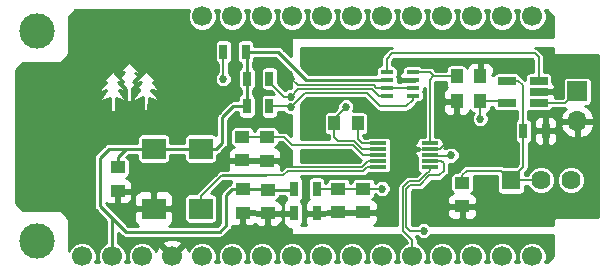
<source format=gtl>
G04 #@! TF.GenerationSoftware,KiCad,Pcbnew,(5.0.0-rc2-dev-444-g2974a2c10)*
G04 #@! TF.CreationDate,2019-10-20T12:44:52-07:00*
G04 #@! TF.ProjectId,Waveform_Gen_ADSR,57617665666F726D5F47656E5F414453,v00*
G04 #@! TF.SameCoordinates,Original*
G04 #@! TF.FileFunction,Copper,L1,Top,Signal*
G04 #@! TF.FilePolarity,Positive*
%FSLAX46Y46*%
G04 Gerber Fmt 4.6, Leading zero omitted, Abs format (unit mm)*
G04 Created by KiCad (PCBNEW (5.0.0-rc2-dev-444-g2974a2c10)) date 10/20/19 12:44:52*
%MOMM*%
%LPD*%
G01*
G04 APERTURE LIST*
%ADD10C,3.000000*%
%ADD11C,1.700000*%
%ADD12R,1.400000X0.300000*%
%ADD13R,1.250000X1.000000*%
%ADD14R,0.700000X1.300000*%
%ADD15O,1.700000X1.700000*%
%ADD16R,1.700000X1.700000*%
%ADD17C,1.620000*%
%ADD18R,1.620000X1.620000*%
%ADD19R,2.000000X1.800000*%
%ADD20R,1.000000X1.250000*%
%ADD21R,1.560000X0.650000*%
%ADD22R,1.060000X0.400000*%
%ADD23C,0.685800*%
%ADD24C,0.152400*%
%ADD25C,0.254000*%
G04 APERTURE END LIST*
D10*
X97790000Y-97790000D03*
X97790000Y-115570000D03*
D11*
X139700000Y-96520000D03*
X137160000Y-96520000D03*
X134620000Y-96520000D03*
X132080000Y-96520000D03*
X129540000Y-96520000D03*
X127000000Y-96520000D03*
X124460000Y-96520000D03*
X121920000Y-96520000D03*
X119380000Y-96520000D03*
X116840000Y-96520000D03*
X114300000Y-96520000D03*
X111760000Y-96520000D03*
X139700000Y-116840000D03*
X137160000Y-116840000D03*
X134620000Y-116840000D03*
X132080000Y-116840000D03*
X129540000Y-116840000D03*
X127000000Y-116840000D03*
X124460000Y-116840000D03*
X121920000Y-116840000D03*
X119380000Y-116840000D03*
X116840000Y-116840000D03*
X114300000Y-116840000D03*
X111760000Y-116840000D03*
X109220000Y-116840000D03*
X106680000Y-116840000D03*
X104140000Y-116840000D03*
X101600000Y-116840000D03*
D12*
X126650000Y-107254800D03*
X126650000Y-107754800D03*
X126650000Y-108254800D03*
X126650000Y-108754800D03*
X126650000Y-109254800D03*
X131050000Y-109254800D03*
X131050000Y-108754800D03*
X131050000Y-108254800D03*
X131050000Y-107754800D03*
X131050000Y-107254800D03*
D13*
X104600000Y-111300000D03*
X104600000Y-109300000D03*
D14*
X121450000Y-111100000D03*
X119550000Y-111100000D03*
X119550000Y-113200000D03*
X121450000Y-113200000D03*
D15*
X143510000Y-105410000D03*
D16*
X143510000Y-102870000D03*
D17*
X142980000Y-110400000D03*
X140440000Y-110400000D03*
D18*
X137900000Y-110400000D03*
D19*
X111650000Y-107710000D03*
X111650000Y-112790000D03*
X107650000Y-112790000D03*
X107650000Y-107710000D03*
D13*
X115167927Y-106714025D03*
X115167927Y-108714025D03*
D20*
X133300000Y-103700000D03*
X135300000Y-103700000D03*
X122926600Y-105562400D03*
X124926600Y-105562400D03*
X133300000Y-101600000D03*
X135300000Y-101600000D03*
D13*
X117304804Y-111174218D03*
X117304804Y-113174218D03*
X125400000Y-113099000D03*
X125400000Y-111099000D03*
X133781800Y-112607600D03*
X133781800Y-110607600D03*
X117217127Y-108718632D03*
X117217127Y-106718632D03*
D14*
X113553200Y-99491800D03*
X115453200Y-99491800D03*
X138950000Y-106200000D03*
X140850000Y-106200000D03*
D13*
X123300000Y-113099000D03*
X123300000Y-111099000D03*
D21*
X137550000Y-103850000D03*
X137550000Y-101950000D03*
X140250000Y-101950000D03*
X140250000Y-102900000D03*
X140250000Y-103850000D03*
D14*
X117461207Y-101776400D03*
X115561207Y-101776400D03*
X115547400Y-104126400D03*
X117447400Y-104126400D03*
D22*
X129598600Y-101255000D03*
X129598600Y-101905000D03*
X129598600Y-102565000D03*
X129598600Y-103215000D03*
X127398600Y-103215000D03*
X127398600Y-102565000D03*
X127398600Y-101905000D03*
X127398600Y-101255000D03*
D13*
X115200000Y-113150000D03*
X115200000Y-111150000D03*
D23*
X109750000Y-110350000D03*
X119253000Y-101777800D03*
X97155000Y-101600000D03*
X97155000Y-111760000D03*
X102870000Y-115316000D03*
X140970000Y-97790000D03*
X128270000Y-115443000D03*
X115570000Y-115062000D03*
X110236000Y-97790000D03*
X125730000Y-115443000D03*
X140970000Y-115443000D03*
X133350000Y-115443000D03*
X123926600Y-104165400D03*
X135300000Y-105181400D03*
X126999400Y-111099000D03*
X121412000Y-100076000D03*
X121412000Y-105156000D03*
X121412000Y-108331000D03*
X131902200Y-100609400D03*
X127000000Y-113715800D03*
X144424400Y-112801400D03*
X133908800Y-106451400D03*
X113538000Y-101803200D03*
X130505200Y-114655600D03*
X132842000Y-108254800D03*
X119253000Y-103301800D03*
X119253000Y-104165400D03*
D24*
X117994527Y-108718632D02*
X117217127Y-108718632D01*
X118465600Y-109189705D02*
X117994527Y-108718632D01*
X118465600Y-109296200D02*
X118465600Y-109189705D01*
X119837409Y-102362209D02*
X119253000Y-101777800D01*
X126288800Y-102362210D02*
X119837409Y-102362209D01*
X127398600Y-102565000D02*
X126491590Y-102565000D01*
X126491590Y-102565000D02*
X126288800Y-102362210D01*
X128081000Y-102565000D02*
X129598600Y-102565000D01*
X127398600Y-102565000D02*
X128081000Y-102565000D01*
X117330586Y-113200000D02*
X117304804Y-113174218D01*
X119550000Y-113200000D02*
X117330586Y-113200000D01*
X125256200Y-109296200D02*
X124764800Y-109296200D01*
X125797600Y-108754800D02*
X125256200Y-109296200D01*
X126650000Y-108754800D02*
X125797600Y-108754800D01*
X124764800Y-109296200D02*
X118465600Y-109296200D01*
X126650001Y-108754799D02*
X126650000Y-108754800D01*
D25*
X111650000Y-107710000D02*
X107650000Y-107710000D01*
X104600000Y-108450000D02*
X104600000Y-109300000D01*
X105340000Y-107710000D02*
X104600000Y-108450000D01*
X104140000Y-116840000D02*
X104140000Y-115637919D01*
X104140000Y-116840000D02*
X104140000Y-113590000D01*
X104140000Y-113590000D02*
X103100000Y-112550000D01*
X103100000Y-112550000D02*
X103100000Y-108500000D01*
X103890000Y-107710000D02*
X105500000Y-107710000D01*
X103100000Y-108500000D02*
X103890000Y-107710000D01*
X107650000Y-107710000D02*
X105500000Y-107710000D01*
X105500000Y-107710000D02*
X105340000Y-107710000D01*
X114321000Y-111150000D02*
X115200000Y-111150000D01*
X113800000Y-111671000D02*
X114321000Y-111150000D01*
X113800000Y-114200000D02*
X113800000Y-111671000D01*
X113250000Y-114750000D02*
X113800000Y-114200000D01*
X105300000Y-114750000D02*
X113250000Y-114750000D01*
X104140000Y-113590000D02*
X105300000Y-114750000D01*
X117280586Y-111150000D02*
X117304804Y-111174218D01*
X115200000Y-111150000D02*
X117280586Y-111150000D01*
X119475782Y-111174218D02*
X119550000Y-111100000D01*
X117304804Y-111174218D02*
X119475782Y-111174218D01*
X115547400Y-101790207D02*
X115561207Y-101776400D01*
X115547400Y-104126400D02*
X115547400Y-101790207D01*
X115561207Y-101776400D02*
X115561207Y-101476400D01*
X113472000Y-107203200D02*
X113472000Y-106781600D01*
X112965200Y-107710000D02*
X113472000Y-107203200D01*
X111650000Y-107710000D02*
X112965200Y-107710000D01*
X113472000Y-106959200D02*
X113472000Y-106781600D01*
X113472000Y-106781600D02*
X113472000Y-105069600D01*
X114415200Y-104126400D02*
X115547400Y-104126400D01*
X113472000Y-105069600D02*
X114415200Y-104126400D01*
X115561207Y-99599807D02*
X115453200Y-99491800D01*
X115561207Y-101776400D02*
X115561207Y-99599807D01*
X118186200Y-99491800D02*
X115453200Y-99491800D01*
X118186200Y-99515764D02*
X118186200Y-99491800D01*
X120575436Y-101905000D02*
X118186200Y-99515764D01*
X127398600Y-101905000D02*
X120575436Y-101905000D01*
D24*
X124622600Y-111099000D02*
X123300000Y-111099000D01*
X125400000Y-111099000D02*
X124622600Y-111099000D01*
X121451000Y-111099000D02*
X121450000Y-111100000D01*
X123300000Y-111099000D02*
X121451000Y-111099000D01*
X137400000Y-103700000D02*
X137550000Y-103850000D01*
X135300000Y-103700000D02*
X137400000Y-103700000D01*
X125400000Y-111099000D02*
X126177400Y-111099000D01*
X135300000Y-105181400D02*
X135300000Y-103700000D01*
X123583701Y-104508299D02*
X123926600Y-104165400D01*
X122926600Y-105165400D02*
X123583701Y-104508299D01*
X122926600Y-105562400D02*
X122926600Y-105165400D01*
X125400000Y-111099000D02*
X126999400Y-111099000D01*
X126999400Y-111099000D02*
X126999400Y-111099000D01*
X126650001Y-107754801D02*
X126650000Y-107754800D01*
X122926600Y-106689000D02*
X122926600Y-105562400D01*
X123302657Y-107065057D02*
X122926600Y-106689000D01*
X124621791Y-107065057D02*
X123302657Y-107065057D01*
X126650000Y-107754800D02*
X125311534Y-107754800D01*
X125311534Y-107754800D02*
X124621791Y-107065057D01*
X135275000Y-101600000D02*
X135300000Y-101600000D01*
X133300000Y-103700000D02*
X133300000Y-103575000D01*
X123199000Y-113200000D02*
X123300000Y-113099000D01*
X121450000Y-113200000D02*
X123199000Y-113200000D01*
X131049999Y-107754801D02*
X131050000Y-107754800D01*
X131902400Y-107754800D02*
X131050000Y-107754800D01*
X132901000Y-106756200D02*
X131902400Y-107754800D01*
X132901000Y-106451400D02*
X132901000Y-106756200D01*
X133908800Y-106451400D02*
X132901000Y-106451400D01*
X138482400Y-101950000D02*
X137550000Y-101950000D01*
X138887200Y-102354800D02*
X138482400Y-101950000D01*
X138887200Y-105334800D02*
X138887200Y-102354800D01*
X138950000Y-105397600D02*
X138887200Y-105334800D01*
X138950000Y-106200000D02*
X138950000Y-105397600D01*
X138950000Y-108360800D02*
X138950000Y-106200000D01*
X137900000Y-110400000D02*
X140440000Y-110400000D01*
X137900000Y-110400000D02*
X137900000Y-110283400D01*
X138950000Y-109233400D02*
X138950000Y-106200000D01*
X137900000Y-110283400D02*
X138950000Y-109233400D01*
X137066200Y-109566200D02*
X137900000Y-110400000D01*
X134170800Y-109566200D02*
X135610600Y-109566200D01*
X133781800Y-109955200D02*
X134170800Y-109566200D01*
X133781800Y-110607600D02*
X133781800Y-109955200D01*
X134137400Y-109566200D02*
X135610600Y-109566200D01*
X135610600Y-109566200D02*
X137066200Y-109566200D01*
X113553200Y-101788000D02*
X113538000Y-101803200D01*
X113553200Y-99491800D02*
X113553200Y-101788000D01*
X140250000Y-103850000D02*
X142504600Y-103850000D01*
X142504600Y-103850000D02*
X142515200Y-103860600D01*
X142519400Y-103860600D02*
X143510000Y-102870000D01*
X142515200Y-103860600D02*
X142519400Y-103860600D01*
X131049999Y-108754799D02*
X131050000Y-108754800D01*
X132021200Y-108754800D02*
X131050000Y-108754800D01*
X132232400Y-108966000D02*
X132021200Y-108754800D01*
X132232400Y-109575600D02*
X132232400Y-108966000D01*
X131008966Y-109982000D02*
X131826000Y-109982000D01*
X129387600Y-114655600D02*
X129057410Y-114325410D01*
X130505200Y-114655600D02*
X129387600Y-114655600D01*
X129057410Y-114325410D02*
X129057410Y-111098856D01*
X129057410Y-111098856D02*
X129386856Y-110769410D01*
X131826000Y-109982000D02*
X132232400Y-109575600D01*
X129386856Y-110769410D02*
X130221556Y-110769410D01*
X130221556Y-110769410D02*
X131008966Y-109982000D01*
X130095300Y-110464600D02*
X129260600Y-110464600D01*
X129260600Y-110464600D02*
X128752600Y-110972600D01*
X128752600Y-110972600D02*
X128752600Y-114681000D01*
X129540000Y-115468400D02*
X129540000Y-116840000D01*
X128752600Y-114681000D02*
X129540000Y-115468400D01*
X131049999Y-109254801D02*
X131050000Y-109254800D01*
X130095300Y-110464600D02*
X130882709Y-109677191D01*
X131050000Y-109557200D02*
X131050000Y-109254800D01*
X130930009Y-109677191D02*
X131050000Y-109557200D01*
X130882709Y-109677191D02*
X130930009Y-109677191D01*
X132796800Y-108300000D02*
X132842000Y-108254800D01*
X131050000Y-108300000D02*
X132796800Y-108300000D01*
X111650000Y-112790000D02*
X111650000Y-111737600D01*
X111650000Y-111737600D02*
X113354800Y-110032800D01*
X118631022Y-109976600D02*
X113411000Y-109976600D01*
X119006612Y-109601010D02*
X118631022Y-109976600D01*
X119278400Y-109601010D02*
X119006612Y-109601010D01*
X113354800Y-110032800D02*
X113411000Y-109976600D01*
X117144800Y-110032800D02*
X113354800Y-110032800D01*
X126650001Y-109254801D02*
X126650000Y-109254800D01*
X125382456Y-109601010D02*
X124917200Y-109601010D01*
X125728666Y-109254800D02*
X125382456Y-109601010D01*
X126650000Y-109254800D02*
X125728666Y-109254800D01*
X124917200Y-109601010D02*
X119278400Y-109601010D01*
X117461207Y-102076400D02*
X117461207Y-101776400D01*
X119253000Y-103301800D02*
X118686607Y-103301800D01*
X118686607Y-103301800D02*
X117461207Y-102076400D01*
X126710524Y-103215000D02*
X127398600Y-103215000D01*
X126162543Y-102667019D02*
X126710524Y-103215000D01*
X119887781Y-102667019D02*
X126162543Y-102667019D01*
X119253000Y-103301800D02*
X119887781Y-102667019D01*
X129598600Y-103567400D02*
X129598600Y-103215000D01*
X121655615Y-102971829D02*
X125679429Y-102971829D01*
X125679429Y-102971829D02*
X126822200Y-104114600D01*
X126822200Y-104114600D02*
X129051400Y-104114600D01*
X129051400Y-104114600D02*
X129598600Y-103567400D01*
X119214000Y-104126400D02*
X119253000Y-104165400D01*
X117447400Y-104126400D02*
X119214000Y-104126400D01*
X120446571Y-102971829D02*
X121158000Y-102971829D01*
X119253000Y-104165400D02*
X120446571Y-102971829D01*
X121655615Y-102971829D02*
X121158000Y-102971829D01*
X121158000Y-102971829D02*
X120904000Y-102971829D01*
X127398600Y-101255000D02*
X127398600Y-100083800D01*
X127398600Y-100083800D02*
X127838200Y-99644200D01*
X127838200Y-99644200D02*
X139903200Y-99644200D01*
X140250000Y-99991000D02*
X140250000Y-101950000D01*
X139903200Y-99644200D02*
X140250000Y-99991000D01*
X125323600Y-107254800D02*
X124926600Y-106857800D01*
X126650000Y-107254800D02*
X125323600Y-107254800D01*
X124926600Y-106857800D02*
X124926600Y-105562400D01*
X131343400Y-101600000D02*
X133300000Y-101600000D01*
X131050000Y-101893400D02*
X131343400Y-101600000D01*
X131050000Y-107300000D02*
X131050000Y-101893400D01*
X133300000Y-101600000D02*
X131394200Y-101600000D01*
X131394200Y-101600000D02*
X131038600Y-101244400D01*
X131028000Y-101255000D02*
X130005000Y-101255000D01*
X131038600Y-101244400D02*
X131028000Y-101255000D01*
X117212520Y-106714025D02*
X117217127Y-106718632D01*
X115167927Y-106714025D02*
X117212520Y-106714025D01*
X117217127Y-106718632D02*
X117994527Y-106718632D01*
X118707432Y-106718632D02*
X117217127Y-106718632D01*
X119358667Y-107369867D02*
X118707432Y-106718632D01*
X124495535Y-107369867D02*
X119358667Y-107369867D01*
X125380468Y-108254800D02*
X124495535Y-107369867D01*
X126650000Y-108254800D02*
X125380468Y-108254800D01*
D25*
G36*
X141478000Y-99695000D02*
X141487667Y-99743601D01*
X141515197Y-99784803D01*
X141556399Y-99812333D01*
X141605000Y-99822000D01*
X145288000Y-99822000D01*
X145288000Y-113538000D01*
X141605000Y-113538000D01*
X141556399Y-113547667D01*
X141515197Y-113575197D01*
X141487667Y-113616399D01*
X141478000Y-113665000D01*
X141478000Y-114173000D01*
X131046349Y-114173000D01*
X130915256Y-114041907D01*
X130649193Y-113931700D01*
X130361207Y-113931700D01*
X130095144Y-114041907D01*
X129964051Y-114173000D01*
X129551579Y-114173000D01*
X129514610Y-114136032D01*
X129514610Y-112893350D01*
X132521800Y-112893350D01*
X132521800Y-113233909D01*
X132618473Y-113467298D01*
X132797101Y-113645927D01*
X133030490Y-113742600D01*
X133496050Y-113742600D01*
X133654800Y-113583850D01*
X133654800Y-112734600D01*
X133908800Y-112734600D01*
X133908800Y-113583850D01*
X134067550Y-113742600D01*
X134533110Y-113742600D01*
X134766499Y-113645927D01*
X134945127Y-113467298D01*
X135041800Y-113233909D01*
X135041800Y-112893350D01*
X134883050Y-112734600D01*
X133908800Y-112734600D01*
X133654800Y-112734600D01*
X132680550Y-112734600D01*
X132521800Y-112893350D01*
X129514610Y-112893350D01*
X129514610Y-111288234D01*
X129576235Y-111226610D01*
X130176526Y-111226610D01*
X130221556Y-111235567D01*
X130266586Y-111226610D01*
X130399947Y-111200083D01*
X130551179Y-111099033D01*
X130576688Y-111060856D01*
X131198345Y-110439200D01*
X131780970Y-110439200D01*
X131826000Y-110448157D01*
X131871030Y-110439200D01*
X132004391Y-110412673D01*
X132155623Y-110311623D01*
X132181132Y-110273446D01*
X132523846Y-109930732D01*
X132562023Y-109905223D01*
X132663073Y-109753991D01*
X132670006Y-109719136D01*
X132698557Y-109575601D01*
X132689600Y-109530571D01*
X132689600Y-109011030D01*
X132696181Y-108977944D01*
X132698007Y-108978700D01*
X132985993Y-108978700D01*
X133252056Y-108868493D01*
X133455693Y-108664856D01*
X133565900Y-108398793D01*
X133565900Y-108110807D01*
X133455693Y-107844744D01*
X133252056Y-107641107D01*
X132985993Y-107530900D01*
X132698007Y-107530900D01*
X132431944Y-107641107D01*
X132385000Y-107688051D01*
X132385000Y-107627798D01*
X132278252Y-107627798D01*
X132385000Y-107521050D01*
X132385000Y-107478490D01*
X132288327Y-107245101D01*
X132136090Y-107092865D01*
X132108894Y-106956141D01*
X132024686Y-106830114D01*
X131898659Y-106745906D01*
X131750000Y-106716336D01*
X131507200Y-106716336D01*
X131507200Y-103985750D01*
X132165000Y-103985750D01*
X132165000Y-104451310D01*
X132261673Y-104684699D01*
X132440302Y-104863327D01*
X132673691Y-104960000D01*
X133014250Y-104960000D01*
X133173000Y-104801250D01*
X133173000Y-103827000D01*
X132323750Y-103827000D01*
X132165000Y-103985750D01*
X131507200Y-103985750D01*
X131507200Y-102082778D01*
X131532779Y-102057200D01*
X132411536Y-102057200D01*
X132411536Y-102225000D01*
X132441106Y-102373659D01*
X132525314Y-102499686D01*
X132526953Y-102500781D01*
X132440302Y-102536673D01*
X132261673Y-102715301D01*
X132165000Y-102948690D01*
X132165000Y-103414250D01*
X132323750Y-103573000D01*
X133173000Y-103573000D01*
X133173000Y-103553000D01*
X133427000Y-103553000D01*
X133427000Y-103573000D01*
X133447000Y-103573000D01*
X133447000Y-103827000D01*
X133427000Y-103827000D01*
X133427000Y-104801250D01*
X133585750Y-104960000D01*
X133926309Y-104960000D01*
X134159698Y-104863327D01*
X134338327Y-104684699D01*
X134435000Y-104451310D01*
X134435000Y-104442962D01*
X134441106Y-104473659D01*
X134525314Y-104599686D01*
X134651341Y-104683894D01*
X134753447Y-104704204D01*
X134686307Y-104771344D01*
X134576100Y-105037407D01*
X134576100Y-105325393D01*
X134686307Y-105591456D01*
X134889944Y-105795093D01*
X135156007Y-105905300D01*
X135443993Y-105905300D01*
X135710056Y-105795093D01*
X135913693Y-105591456D01*
X136023900Y-105325393D01*
X136023900Y-105037407D01*
X135913693Y-104771344D01*
X135846553Y-104704204D01*
X135948659Y-104683894D01*
X136074686Y-104599686D01*
X136158894Y-104473659D01*
X136188464Y-104325000D01*
X136188464Y-104157200D01*
X136381536Y-104157200D01*
X136381536Y-104175000D01*
X136411106Y-104323659D01*
X136495314Y-104449686D01*
X136621341Y-104533894D01*
X136770000Y-104563464D01*
X138330000Y-104563464D01*
X138430000Y-104543573D01*
X138430000Y-105205365D01*
X138325314Y-105275314D01*
X138241106Y-105401341D01*
X138211536Y-105550000D01*
X138211536Y-106850000D01*
X138241106Y-106998659D01*
X138325314Y-107124686D01*
X138451341Y-107208894D01*
X138492801Y-107217141D01*
X138492801Y-107716336D01*
X138492800Y-109044021D01*
X138335285Y-109201536D01*
X137343380Y-109201536D01*
X137244591Y-109135527D01*
X137111230Y-109109000D01*
X137066200Y-109100043D01*
X137021170Y-109109000D01*
X134215829Y-109109000D01*
X134170799Y-109100043D01*
X134125769Y-109109000D01*
X134092370Y-109109000D01*
X133959009Y-109135527D01*
X133807777Y-109236577D01*
X133715013Y-109375409D01*
X133490352Y-109600070D01*
X133452178Y-109625577D01*
X133426671Y-109663751D01*
X133426670Y-109663752D01*
X133389664Y-109719136D01*
X133156800Y-109719136D01*
X133008141Y-109748706D01*
X132882114Y-109832914D01*
X132797906Y-109958941D01*
X132768336Y-110107600D01*
X132768336Y-111107600D01*
X132797906Y-111256259D01*
X132882114Y-111382286D01*
X133008141Y-111466494D01*
X133038838Y-111472600D01*
X133030490Y-111472600D01*
X132797101Y-111569273D01*
X132618473Y-111747902D01*
X132521800Y-111981291D01*
X132521800Y-112321850D01*
X132680550Y-112480600D01*
X133654800Y-112480600D01*
X133654800Y-112460600D01*
X133908800Y-112460600D01*
X133908800Y-112480600D01*
X134883050Y-112480600D01*
X135041800Y-112321850D01*
X135041800Y-111981291D01*
X134945127Y-111747902D01*
X134766499Y-111569273D01*
X134533110Y-111472600D01*
X134524762Y-111472600D01*
X134555459Y-111466494D01*
X134681486Y-111382286D01*
X134765694Y-111256259D01*
X134795264Y-111107600D01*
X134795264Y-110107600D01*
X134778516Y-110023400D01*
X136701536Y-110023400D01*
X136701536Y-111210000D01*
X136731106Y-111358659D01*
X136815314Y-111484686D01*
X136941341Y-111568894D01*
X137090000Y-111598464D01*
X138710000Y-111598464D01*
X138858659Y-111568894D01*
X138984686Y-111484686D01*
X139068894Y-111358659D01*
X139098464Y-111210000D01*
X139098464Y-110857200D01*
X139340249Y-110857200D01*
X139430319Y-111074647D01*
X139765353Y-111409681D01*
X140203095Y-111591000D01*
X140676905Y-111591000D01*
X141114647Y-111409681D01*
X141449681Y-111074647D01*
X141631000Y-110636905D01*
X141631000Y-110163095D01*
X141789000Y-110163095D01*
X141789000Y-110636905D01*
X141970319Y-111074647D01*
X142305353Y-111409681D01*
X142743095Y-111591000D01*
X143216905Y-111591000D01*
X143654647Y-111409681D01*
X143989681Y-111074647D01*
X144171000Y-110636905D01*
X144171000Y-110163095D01*
X143989681Y-109725353D01*
X143654647Y-109390319D01*
X143216905Y-109209000D01*
X142743095Y-109209000D01*
X142305353Y-109390319D01*
X141970319Y-109725353D01*
X141789000Y-110163095D01*
X141631000Y-110163095D01*
X141449681Y-109725353D01*
X141114647Y-109390319D01*
X140676905Y-109209000D01*
X140203095Y-109209000D01*
X139765353Y-109390319D01*
X139430319Y-109725353D01*
X139340249Y-109942800D01*
X139098464Y-109942800D01*
X139098464Y-109731515D01*
X139241449Y-109588530D01*
X139279623Y-109563023D01*
X139380673Y-109411791D01*
X139387233Y-109378810D01*
X139416157Y-109233401D01*
X139407200Y-109188371D01*
X139407200Y-107217141D01*
X139448659Y-107208894D01*
X139574686Y-107124686D01*
X139658894Y-106998659D01*
X139688464Y-106850000D01*
X139688464Y-106485750D01*
X139865000Y-106485750D01*
X139865000Y-106976310D01*
X139961673Y-107209699D01*
X140140302Y-107388327D01*
X140373691Y-107485000D01*
X140564250Y-107485000D01*
X140723000Y-107326250D01*
X140723000Y-106327000D01*
X140977000Y-106327000D01*
X140977000Y-107326250D01*
X141135750Y-107485000D01*
X141326309Y-107485000D01*
X141559698Y-107388327D01*
X141738327Y-107209699D01*
X141835000Y-106976310D01*
X141835000Y-106485750D01*
X141676250Y-106327000D01*
X140977000Y-106327000D01*
X140723000Y-106327000D01*
X140023750Y-106327000D01*
X139865000Y-106485750D01*
X139688464Y-106485750D01*
X139688464Y-105550000D01*
X139663340Y-105423690D01*
X139865000Y-105423690D01*
X139865000Y-105914250D01*
X140023750Y-106073000D01*
X140723000Y-106073000D01*
X140723000Y-105073750D01*
X140977000Y-105073750D01*
X140977000Y-106073000D01*
X141676250Y-106073000D01*
X141835000Y-105914250D01*
X141835000Y-105766890D01*
X142068524Y-105766890D01*
X142238355Y-106176924D01*
X142628642Y-106605183D01*
X143153108Y-106851486D01*
X143383000Y-106730819D01*
X143383000Y-105537000D01*
X143637000Y-105537000D01*
X143637000Y-106730819D01*
X143866892Y-106851486D01*
X144391358Y-106605183D01*
X144781645Y-106176924D01*
X144951476Y-105766890D01*
X144830155Y-105537000D01*
X143637000Y-105537000D01*
X143383000Y-105537000D01*
X142189845Y-105537000D01*
X142068524Y-105766890D01*
X141835000Y-105766890D01*
X141835000Y-105423690D01*
X141738327Y-105190301D01*
X141559698Y-105011673D01*
X141326309Y-104915000D01*
X141135750Y-104915000D01*
X140977000Y-105073750D01*
X140723000Y-105073750D01*
X140564250Y-104915000D01*
X140373691Y-104915000D01*
X140140302Y-105011673D01*
X139961673Y-105190301D01*
X139865000Y-105423690D01*
X139663340Y-105423690D01*
X139658894Y-105401341D01*
X139574686Y-105275314D01*
X139448659Y-105191106D01*
X139348596Y-105171202D01*
X139344400Y-105164923D01*
X139344400Y-104538481D01*
X139470000Y-104563464D01*
X141030000Y-104563464D01*
X141178659Y-104533894D01*
X141304686Y-104449686D01*
X141388894Y-104323659D01*
X141392168Y-104307200D01*
X142416880Y-104307200D01*
X142470170Y-104317800D01*
X142515200Y-104326757D01*
X142517300Y-104326339D01*
X142519400Y-104326757D01*
X142528227Y-104325001D01*
X142238355Y-104643076D01*
X142068524Y-105053110D01*
X142189845Y-105283000D01*
X143383000Y-105283000D01*
X143383000Y-105263000D01*
X143637000Y-105263000D01*
X143637000Y-105283000D01*
X144830155Y-105283000D01*
X144951476Y-105053110D01*
X144781645Y-104643076D01*
X144391358Y-104214817D01*
X144164895Y-104108464D01*
X144360000Y-104108464D01*
X144508659Y-104078894D01*
X144634686Y-103994686D01*
X144718894Y-103868659D01*
X144748464Y-103720000D01*
X144748464Y-102020000D01*
X144718894Y-101871341D01*
X144634686Y-101745314D01*
X144508659Y-101661106D01*
X144360000Y-101631536D01*
X142660000Y-101631536D01*
X142511341Y-101661106D01*
X142385314Y-101745314D01*
X142301106Y-101871341D01*
X142271536Y-102020000D01*
X142271536Y-103392800D01*
X141647814Y-103392800D01*
X141665000Y-103351310D01*
X141665000Y-103185750D01*
X141506250Y-103027000D01*
X140377000Y-103027000D01*
X140377000Y-103047000D01*
X140123000Y-103047000D01*
X140123000Y-103027000D01*
X140103000Y-103027000D01*
X140103000Y-102773000D01*
X140123000Y-102773000D01*
X140123000Y-102753000D01*
X140377000Y-102753000D01*
X140377000Y-102773000D01*
X141506250Y-102773000D01*
X141665000Y-102614250D01*
X141665000Y-102448690D01*
X141568327Y-102215301D01*
X141418464Y-102065439D01*
X141418464Y-101625000D01*
X141388894Y-101476341D01*
X141304686Y-101350314D01*
X141178659Y-101266106D01*
X141030000Y-101236536D01*
X140707200Y-101236536D01*
X140707200Y-100036029D01*
X140716157Y-99990999D01*
X140680673Y-99812609D01*
X140605130Y-99699551D01*
X140579623Y-99661377D01*
X140541449Y-99635870D01*
X140258332Y-99352754D01*
X140232823Y-99314577D01*
X140081591Y-99213527D01*
X139948230Y-99187000D01*
X141478000Y-99187000D01*
X141478000Y-99695000D01*
X141478000Y-99695000D01*
G37*
X141478000Y-99695000D02*
X141487667Y-99743601D01*
X141515197Y-99784803D01*
X141556399Y-99812333D01*
X141605000Y-99822000D01*
X145288000Y-99822000D01*
X145288000Y-113538000D01*
X141605000Y-113538000D01*
X141556399Y-113547667D01*
X141515197Y-113575197D01*
X141487667Y-113616399D01*
X141478000Y-113665000D01*
X141478000Y-114173000D01*
X131046349Y-114173000D01*
X130915256Y-114041907D01*
X130649193Y-113931700D01*
X130361207Y-113931700D01*
X130095144Y-114041907D01*
X129964051Y-114173000D01*
X129551579Y-114173000D01*
X129514610Y-114136032D01*
X129514610Y-112893350D01*
X132521800Y-112893350D01*
X132521800Y-113233909D01*
X132618473Y-113467298D01*
X132797101Y-113645927D01*
X133030490Y-113742600D01*
X133496050Y-113742600D01*
X133654800Y-113583850D01*
X133654800Y-112734600D01*
X133908800Y-112734600D01*
X133908800Y-113583850D01*
X134067550Y-113742600D01*
X134533110Y-113742600D01*
X134766499Y-113645927D01*
X134945127Y-113467298D01*
X135041800Y-113233909D01*
X135041800Y-112893350D01*
X134883050Y-112734600D01*
X133908800Y-112734600D01*
X133654800Y-112734600D01*
X132680550Y-112734600D01*
X132521800Y-112893350D01*
X129514610Y-112893350D01*
X129514610Y-111288234D01*
X129576235Y-111226610D01*
X130176526Y-111226610D01*
X130221556Y-111235567D01*
X130266586Y-111226610D01*
X130399947Y-111200083D01*
X130551179Y-111099033D01*
X130576688Y-111060856D01*
X131198345Y-110439200D01*
X131780970Y-110439200D01*
X131826000Y-110448157D01*
X131871030Y-110439200D01*
X132004391Y-110412673D01*
X132155623Y-110311623D01*
X132181132Y-110273446D01*
X132523846Y-109930732D01*
X132562023Y-109905223D01*
X132663073Y-109753991D01*
X132670006Y-109719136D01*
X132698557Y-109575601D01*
X132689600Y-109530571D01*
X132689600Y-109011030D01*
X132696181Y-108977944D01*
X132698007Y-108978700D01*
X132985993Y-108978700D01*
X133252056Y-108868493D01*
X133455693Y-108664856D01*
X133565900Y-108398793D01*
X133565900Y-108110807D01*
X133455693Y-107844744D01*
X133252056Y-107641107D01*
X132985993Y-107530900D01*
X132698007Y-107530900D01*
X132431944Y-107641107D01*
X132385000Y-107688051D01*
X132385000Y-107627798D01*
X132278252Y-107627798D01*
X132385000Y-107521050D01*
X132385000Y-107478490D01*
X132288327Y-107245101D01*
X132136090Y-107092865D01*
X132108894Y-106956141D01*
X132024686Y-106830114D01*
X131898659Y-106745906D01*
X131750000Y-106716336D01*
X131507200Y-106716336D01*
X131507200Y-103985750D01*
X132165000Y-103985750D01*
X132165000Y-104451310D01*
X132261673Y-104684699D01*
X132440302Y-104863327D01*
X132673691Y-104960000D01*
X133014250Y-104960000D01*
X133173000Y-104801250D01*
X133173000Y-103827000D01*
X132323750Y-103827000D01*
X132165000Y-103985750D01*
X131507200Y-103985750D01*
X131507200Y-102082778D01*
X131532779Y-102057200D01*
X132411536Y-102057200D01*
X132411536Y-102225000D01*
X132441106Y-102373659D01*
X132525314Y-102499686D01*
X132526953Y-102500781D01*
X132440302Y-102536673D01*
X132261673Y-102715301D01*
X132165000Y-102948690D01*
X132165000Y-103414250D01*
X132323750Y-103573000D01*
X133173000Y-103573000D01*
X133173000Y-103553000D01*
X133427000Y-103553000D01*
X133427000Y-103573000D01*
X133447000Y-103573000D01*
X133447000Y-103827000D01*
X133427000Y-103827000D01*
X133427000Y-104801250D01*
X133585750Y-104960000D01*
X133926309Y-104960000D01*
X134159698Y-104863327D01*
X134338327Y-104684699D01*
X134435000Y-104451310D01*
X134435000Y-104442962D01*
X134441106Y-104473659D01*
X134525314Y-104599686D01*
X134651341Y-104683894D01*
X134753447Y-104704204D01*
X134686307Y-104771344D01*
X134576100Y-105037407D01*
X134576100Y-105325393D01*
X134686307Y-105591456D01*
X134889944Y-105795093D01*
X135156007Y-105905300D01*
X135443993Y-105905300D01*
X135710056Y-105795093D01*
X135913693Y-105591456D01*
X136023900Y-105325393D01*
X136023900Y-105037407D01*
X135913693Y-104771344D01*
X135846553Y-104704204D01*
X135948659Y-104683894D01*
X136074686Y-104599686D01*
X136158894Y-104473659D01*
X136188464Y-104325000D01*
X136188464Y-104157200D01*
X136381536Y-104157200D01*
X136381536Y-104175000D01*
X136411106Y-104323659D01*
X136495314Y-104449686D01*
X136621341Y-104533894D01*
X136770000Y-104563464D01*
X138330000Y-104563464D01*
X138430000Y-104543573D01*
X138430000Y-105205365D01*
X138325314Y-105275314D01*
X138241106Y-105401341D01*
X138211536Y-105550000D01*
X138211536Y-106850000D01*
X138241106Y-106998659D01*
X138325314Y-107124686D01*
X138451341Y-107208894D01*
X138492801Y-107217141D01*
X138492801Y-107716336D01*
X138492800Y-109044021D01*
X138335285Y-109201536D01*
X137343380Y-109201536D01*
X137244591Y-109135527D01*
X137111230Y-109109000D01*
X137066200Y-109100043D01*
X137021170Y-109109000D01*
X134215829Y-109109000D01*
X134170799Y-109100043D01*
X134125769Y-109109000D01*
X134092370Y-109109000D01*
X133959009Y-109135527D01*
X133807777Y-109236577D01*
X133715013Y-109375409D01*
X133490352Y-109600070D01*
X133452178Y-109625577D01*
X133426671Y-109663751D01*
X133426670Y-109663752D01*
X133389664Y-109719136D01*
X133156800Y-109719136D01*
X133008141Y-109748706D01*
X132882114Y-109832914D01*
X132797906Y-109958941D01*
X132768336Y-110107600D01*
X132768336Y-111107600D01*
X132797906Y-111256259D01*
X132882114Y-111382286D01*
X133008141Y-111466494D01*
X133038838Y-111472600D01*
X133030490Y-111472600D01*
X132797101Y-111569273D01*
X132618473Y-111747902D01*
X132521800Y-111981291D01*
X132521800Y-112321850D01*
X132680550Y-112480600D01*
X133654800Y-112480600D01*
X133654800Y-112460600D01*
X133908800Y-112460600D01*
X133908800Y-112480600D01*
X134883050Y-112480600D01*
X135041800Y-112321850D01*
X135041800Y-111981291D01*
X134945127Y-111747902D01*
X134766499Y-111569273D01*
X134533110Y-111472600D01*
X134524762Y-111472600D01*
X134555459Y-111466494D01*
X134681486Y-111382286D01*
X134765694Y-111256259D01*
X134795264Y-111107600D01*
X134795264Y-110107600D01*
X134778516Y-110023400D01*
X136701536Y-110023400D01*
X136701536Y-111210000D01*
X136731106Y-111358659D01*
X136815314Y-111484686D01*
X136941341Y-111568894D01*
X137090000Y-111598464D01*
X138710000Y-111598464D01*
X138858659Y-111568894D01*
X138984686Y-111484686D01*
X139068894Y-111358659D01*
X139098464Y-111210000D01*
X139098464Y-110857200D01*
X139340249Y-110857200D01*
X139430319Y-111074647D01*
X139765353Y-111409681D01*
X140203095Y-111591000D01*
X140676905Y-111591000D01*
X141114647Y-111409681D01*
X141449681Y-111074647D01*
X141631000Y-110636905D01*
X141631000Y-110163095D01*
X141789000Y-110163095D01*
X141789000Y-110636905D01*
X141970319Y-111074647D01*
X142305353Y-111409681D01*
X142743095Y-111591000D01*
X143216905Y-111591000D01*
X143654647Y-111409681D01*
X143989681Y-111074647D01*
X144171000Y-110636905D01*
X144171000Y-110163095D01*
X143989681Y-109725353D01*
X143654647Y-109390319D01*
X143216905Y-109209000D01*
X142743095Y-109209000D01*
X142305353Y-109390319D01*
X141970319Y-109725353D01*
X141789000Y-110163095D01*
X141631000Y-110163095D01*
X141449681Y-109725353D01*
X141114647Y-109390319D01*
X140676905Y-109209000D01*
X140203095Y-109209000D01*
X139765353Y-109390319D01*
X139430319Y-109725353D01*
X139340249Y-109942800D01*
X139098464Y-109942800D01*
X139098464Y-109731515D01*
X139241449Y-109588530D01*
X139279623Y-109563023D01*
X139380673Y-109411791D01*
X139387233Y-109378810D01*
X139416157Y-109233401D01*
X139407200Y-109188371D01*
X139407200Y-107217141D01*
X139448659Y-107208894D01*
X139574686Y-107124686D01*
X139658894Y-106998659D01*
X139688464Y-106850000D01*
X139688464Y-106485750D01*
X139865000Y-106485750D01*
X139865000Y-106976310D01*
X139961673Y-107209699D01*
X140140302Y-107388327D01*
X140373691Y-107485000D01*
X140564250Y-107485000D01*
X140723000Y-107326250D01*
X140723000Y-106327000D01*
X140977000Y-106327000D01*
X140977000Y-107326250D01*
X141135750Y-107485000D01*
X141326309Y-107485000D01*
X141559698Y-107388327D01*
X141738327Y-107209699D01*
X141835000Y-106976310D01*
X141835000Y-106485750D01*
X141676250Y-106327000D01*
X140977000Y-106327000D01*
X140723000Y-106327000D01*
X140023750Y-106327000D01*
X139865000Y-106485750D01*
X139688464Y-106485750D01*
X139688464Y-105550000D01*
X139663340Y-105423690D01*
X139865000Y-105423690D01*
X139865000Y-105914250D01*
X140023750Y-106073000D01*
X140723000Y-106073000D01*
X140723000Y-105073750D01*
X140977000Y-105073750D01*
X140977000Y-106073000D01*
X141676250Y-106073000D01*
X141835000Y-105914250D01*
X141835000Y-105766890D01*
X142068524Y-105766890D01*
X142238355Y-106176924D01*
X142628642Y-106605183D01*
X143153108Y-106851486D01*
X143383000Y-106730819D01*
X143383000Y-105537000D01*
X143637000Y-105537000D01*
X143637000Y-106730819D01*
X143866892Y-106851486D01*
X144391358Y-106605183D01*
X144781645Y-106176924D01*
X144951476Y-105766890D01*
X144830155Y-105537000D01*
X143637000Y-105537000D01*
X143383000Y-105537000D01*
X142189845Y-105537000D01*
X142068524Y-105766890D01*
X141835000Y-105766890D01*
X141835000Y-105423690D01*
X141738327Y-105190301D01*
X141559698Y-105011673D01*
X141326309Y-104915000D01*
X141135750Y-104915000D01*
X140977000Y-105073750D01*
X140723000Y-105073750D01*
X140564250Y-104915000D01*
X140373691Y-104915000D01*
X140140302Y-105011673D01*
X139961673Y-105190301D01*
X139865000Y-105423690D01*
X139663340Y-105423690D01*
X139658894Y-105401341D01*
X139574686Y-105275314D01*
X139448659Y-105191106D01*
X139348596Y-105171202D01*
X139344400Y-105164923D01*
X139344400Y-104538481D01*
X139470000Y-104563464D01*
X141030000Y-104563464D01*
X141178659Y-104533894D01*
X141304686Y-104449686D01*
X141388894Y-104323659D01*
X141392168Y-104307200D01*
X142416880Y-104307200D01*
X142470170Y-104317800D01*
X142515200Y-104326757D01*
X142517300Y-104326339D01*
X142519400Y-104326757D01*
X142528227Y-104325001D01*
X142238355Y-104643076D01*
X142068524Y-105053110D01*
X142189845Y-105283000D01*
X143383000Y-105283000D01*
X143383000Y-105263000D01*
X143637000Y-105263000D01*
X143637000Y-105283000D01*
X144830155Y-105283000D01*
X144951476Y-105053110D01*
X144781645Y-104643076D01*
X144391358Y-104214817D01*
X144164895Y-104108464D01*
X144360000Y-104108464D01*
X144508659Y-104078894D01*
X144634686Y-103994686D01*
X144718894Y-103868659D01*
X144748464Y-103720000D01*
X144748464Y-102020000D01*
X144718894Y-101871341D01*
X144634686Y-101745314D01*
X144508659Y-101661106D01*
X144360000Y-101631536D01*
X142660000Y-101631536D01*
X142511341Y-101661106D01*
X142385314Y-101745314D01*
X142301106Y-101871341D01*
X142271536Y-102020000D01*
X142271536Y-103392800D01*
X141647814Y-103392800D01*
X141665000Y-103351310D01*
X141665000Y-103185750D01*
X141506250Y-103027000D01*
X140377000Y-103027000D01*
X140377000Y-103047000D01*
X140123000Y-103047000D01*
X140123000Y-103027000D01*
X140103000Y-103027000D01*
X140103000Y-102773000D01*
X140123000Y-102773000D01*
X140123000Y-102753000D01*
X140377000Y-102753000D01*
X140377000Y-102773000D01*
X141506250Y-102773000D01*
X141665000Y-102614250D01*
X141665000Y-102448690D01*
X141568327Y-102215301D01*
X141418464Y-102065439D01*
X141418464Y-101625000D01*
X141388894Y-101476341D01*
X141304686Y-101350314D01*
X141178659Y-101266106D01*
X141030000Y-101236536D01*
X140707200Y-101236536D01*
X140707200Y-100036029D01*
X140716157Y-99990999D01*
X140680673Y-99812609D01*
X140605130Y-99699551D01*
X140579623Y-99661377D01*
X140541449Y-99635870D01*
X140258332Y-99352754D01*
X140232823Y-99314577D01*
X140081591Y-99213527D01*
X139948230Y-99187000D01*
X141478000Y-99187000D01*
X141478000Y-99695000D01*
G36*
X130592800Y-106716336D02*
X130350000Y-106716336D01*
X130201341Y-106745906D01*
X130075314Y-106830114D01*
X129991106Y-106956141D01*
X129963910Y-107092865D01*
X129811673Y-107245101D01*
X129715000Y-107478490D01*
X129715000Y-107521050D01*
X129873750Y-107679800D01*
X130075784Y-107679800D01*
X130188030Y-107754800D01*
X130075784Y-107829800D01*
X129873750Y-107829800D01*
X129715000Y-107988550D01*
X129715000Y-108031110D01*
X129811673Y-108264499D01*
X129963910Y-108416735D01*
X129981427Y-108504800D01*
X129961536Y-108604800D01*
X129961536Y-108904800D01*
X129981427Y-109004800D01*
X129961536Y-109104800D01*
X129961536Y-109404800D01*
X129991106Y-109553459D01*
X130075314Y-109679486D01*
X130170341Y-109742981D01*
X129905922Y-110007400D01*
X129305624Y-110007400D01*
X129260599Y-109998444D01*
X129215574Y-110007400D01*
X129215570Y-110007400D01*
X129082209Y-110033927D01*
X128930977Y-110134977D01*
X128905468Y-110173154D01*
X128461154Y-110617468D01*
X128422977Y-110642977D01*
X128362323Y-110733753D01*
X128321927Y-110794210D01*
X128286443Y-110972600D01*
X128295400Y-111017630D01*
X128295401Y-114173000D01*
X126298577Y-114173000D01*
X126384699Y-114137327D01*
X126563327Y-113958698D01*
X126660000Y-113725309D01*
X126660000Y-113384750D01*
X126501250Y-113226000D01*
X125527000Y-113226000D01*
X125527000Y-113246000D01*
X125273000Y-113246000D01*
X125273000Y-113226000D01*
X123427000Y-113226000D01*
X123427000Y-113246000D01*
X123173000Y-113246000D01*
X123173000Y-113226000D01*
X122198750Y-113226000D01*
X122097750Y-113327000D01*
X121577000Y-113327000D01*
X121577000Y-113347000D01*
X121323000Y-113347000D01*
X121323000Y-113327000D01*
X120623750Y-113327000D01*
X120465000Y-113485750D01*
X120465000Y-113976310D01*
X120546472Y-114173000D01*
X120142000Y-114173000D01*
X120142000Y-114146526D01*
X120174686Y-114124686D01*
X120258894Y-113998659D01*
X120288464Y-113850000D01*
X120288464Y-112550000D01*
X120263340Y-112423690D01*
X120465000Y-112423690D01*
X120465000Y-112914250D01*
X120623750Y-113073000D01*
X121323000Y-113073000D01*
X121323000Y-113053000D01*
X121577000Y-113053000D01*
X121577000Y-113073000D01*
X122276250Y-113073000D01*
X122377250Y-112972000D01*
X123173000Y-112972000D01*
X123173000Y-112952000D01*
X123427000Y-112952000D01*
X123427000Y-112972000D01*
X125273000Y-112972000D01*
X125273000Y-112952000D01*
X125527000Y-112952000D01*
X125527000Y-112972000D01*
X126501250Y-112972000D01*
X126660000Y-112813250D01*
X126660000Y-112472691D01*
X126563327Y-112239302D01*
X126384699Y-112060673D01*
X126151310Y-111964000D01*
X126142962Y-111964000D01*
X126173659Y-111957894D01*
X126299686Y-111873686D01*
X126383894Y-111747659D01*
X126413464Y-111599000D01*
X126413464Y-111556200D01*
X126432851Y-111556200D01*
X126589344Y-111712693D01*
X126855407Y-111822900D01*
X127143393Y-111822900D01*
X127409456Y-111712693D01*
X127613093Y-111509056D01*
X127723300Y-111242993D01*
X127723300Y-110955007D01*
X127613093Y-110688944D01*
X127409456Y-110485307D01*
X127143393Y-110375100D01*
X126855407Y-110375100D01*
X126589344Y-110485307D01*
X126432851Y-110641800D01*
X126413464Y-110641800D01*
X126413464Y-110599000D01*
X126383894Y-110450341D01*
X126299686Y-110324314D01*
X126173659Y-110240106D01*
X126025000Y-110210536D01*
X124775000Y-110210536D01*
X124626341Y-110240106D01*
X124500314Y-110324314D01*
X124416106Y-110450341D01*
X124386536Y-110599000D01*
X124386536Y-110641800D01*
X124313464Y-110641800D01*
X124313464Y-110599000D01*
X124283894Y-110450341D01*
X124199686Y-110324314D01*
X124073659Y-110240106D01*
X123925000Y-110210536D01*
X122675000Y-110210536D01*
X122526341Y-110240106D01*
X122400314Y-110324314D01*
X122316106Y-110450341D01*
X122286536Y-110599000D01*
X122286536Y-110641800D01*
X122188464Y-110641800D01*
X122188464Y-110450000D01*
X122158894Y-110301341D01*
X122074686Y-110175314D01*
X121948659Y-110091106D01*
X121800000Y-110061536D01*
X121100000Y-110061536D01*
X120951341Y-110091106D01*
X120825314Y-110175314D01*
X120741106Y-110301341D01*
X120711536Y-110450000D01*
X120711536Y-111750000D01*
X120741106Y-111898659D01*
X120800076Y-111986914D01*
X120740302Y-112011673D01*
X120561673Y-112190301D01*
X120465000Y-112423690D01*
X120263340Y-112423690D01*
X120258894Y-112401341D01*
X120174686Y-112275314D01*
X120142000Y-112253474D01*
X120142000Y-112046526D01*
X120174686Y-112024686D01*
X120258894Y-111898659D01*
X120288464Y-111750000D01*
X120288464Y-110450000D01*
X120258894Y-110301341D01*
X120174686Y-110175314D01*
X120142000Y-110153474D01*
X120142000Y-110058210D01*
X125337426Y-110058210D01*
X125382456Y-110067167D01*
X125427486Y-110058210D01*
X125560847Y-110031683D01*
X125712079Y-109930633D01*
X125737588Y-109892456D01*
X125855565Y-109774480D01*
X125950000Y-109793264D01*
X127350000Y-109793264D01*
X127498659Y-109763694D01*
X127624686Y-109679486D01*
X127708894Y-109553459D01*
X127738464Y-109404800D01*
X127738464Y-109104800D01*
X127718573Y-109004800D01*
X127738464Y-108904800D01*
X127738464Y-108604800D01*
X127718573Y-108504800D01*
X127738464Y-108404800D01*
X127738464Y-108104800D01*
X127718573Y-108004800D01*
X127738464Y-107904800D01*
X127738464Y-107604800D01*
X127718573Y-107504800D01*
X127738464Y-107404800D01*
X127738464Y-107104800D01*
X127708894Y-106956141D01*
X127624686Y-106830114D01*
X127498659Y-106745906D01*
X127350000Y-106716336D01*
X125950000Y-106716336D01*
X125801341Y-106745906D01*
X125723975Y-106797600D01*
X125512979Y-106797600D01*
X125383800Y-106668422D01*
X125383800Y-106575864D01*
X125426600Y-106575864D01*
X125575259Y-106546294D01*
X125701286Y-106462086D01*
X125785494Y-106336059D01*
X125815064Y-106187400D01*
X125815064Y-104937400D01*
X125785494Y-104788741D01*
X125701286Y-104662714D01*
X125575259Y-104578506D01*
X125426600Y-104548936D01*
X124551278Y-104548936D01*
X124650500Y-104309393D01*
X124650500Y-104021407D01*
X124540293Y-103755344D01*
X124336656Y-103551707D01*
X124070593Y-103441500D01*
X123782607Y-103441500D01*
X123516544Y-103551707D01*
X123312907Y-103755344D01*
X123202700Y-104021407D01*
X123202700Y-104242721D01*
X122896486Y-104548936D01*
X122426600Y-104548936D01*
X122277941Y-104578506D01*
X122151914Y-104662714D01*
X122067706Y-104788741D01*
X122038136Y-104937400D01*
X122038136Y-106187400D01*
X122067706Y-106336059D01*
X122151914Y-106462086D01*
X122277941Y-106546294D01*
X122426600Y-106575864D01*
X122469400Y-106575864D01*
X122469400Y-106643970D01*
X122460443Y-106689000D01*
X122494019Y-106857800D01*
X122495927Y-106867390D01*
X122526180Y-106912667D01*
X120142000Y-106912667D01*
X120142000Y-103922978D01*
X120635950Y-103429029D01*
X125490051Y-103429029D01*
X126467070Y-104406049D01*
X126492577Y-104444223D01*
X126626779Y-104533894D01*
X126643809Y-104545273D01*
X126822199Y-104580757D01*
X126867229Y-104571800D01*
X129006370Y-104571800D01*
X129051400Y-104580757D01*
X129096430Y-104571800D01*
X129229791Y-104545273D01*
X129381023Y-104444223D01*
X129406532Y-104406046D01*
X129890046Y-103922532D01*
X129928223Y-103897023D01*
X129990737Y-103803464D01*
X130128600Y-103803464D01*
X130277259Y-103773894D01*
X130403286Y-103689686D01*
X130487494Y-103563659D01*
X130517064Y-103415000D01*
X130517064Y-103015000D01*
X130492200Y-102890000D01*
X130517064Y-102765000D01*
X130517064Y-102614561D01*
X130592801Y-102538825D01*
X130592800Y-106716336D01*
X130592800Y-106716336D01*
G37*
X130592800Y-106716336D02*
X130350000Y-106716336D01*
X130201341Y-106745906D01*
X130075314Y-106830114D01*
X129991106Y-106956141D01*
X129963910Y-107092865D01*
X129811673Y-107245101D01*
X129715000Y-107478490D01*
X129715000Y-107521050D01*
X129873750Y-107679800D01*
X130075784Y-107679800D01*
X130188030Y-107754800D01*
X130075784Y-107829800D01*
X129873750Y-107829800D01*
X129715000Y-107988550D01*
X129715000Y-108031110D01*
X129811673Y-108264499D01*
X129963910Y-108416735D01*
X129981427Y-108504800D01*
X129961536Y-108604800D01*
X129961536Y-108904800D01*
X129981427Y-109004800D01*
X129961536Y-109104800D01*
X129961536Y-109404800D01*
X129991106Y-109553459D01*
X130075314Y-109679486D01*
X130170341Y-109742981D01*
X129905922Y-110007400D01*
X129305624Y-110007400D01*
X129260599Y-109998444D01*
X129215574Y-110007400D01*
X129215570Y-110007400D01*
X129082209Y-110033927D01*
X128930977Y-110134977D01*
X128905468Y-110173154D01*
X128461154Y-110617468D01*
X128422977Y-110642977D01*
X128362323Y-110733753D01*
X128321927Y-110794210D01*
X128286443Y-110972600D01*
X128295400Y-111017630D01*
X128295401Y-114173000D01*
X126298577Y-114173000D01*
X126384699Y-114137327D01*
X126563327Y-113958698D01*
X126660000Y-113725309D01*
X126660000Y-113384750D01*
X126501250Y-113226000D01*
X125527000Y-113226000D01*
X125527000Y-113246000D01*
X125273000Y-113246000D01*
X125273000Y-113226000D01*
X123427000Y-113226000D01*
X123427000Y-113246000D01*
X123173000Y-113246000D01*
X123173000Y-113226000D01*
X122198750Y-113226000D01*
X122097750Y-113327000D01*
X121577000Y-113327000D01*
X121577000Y-113347000D01*
X121323000Y-113347000D01*
X121323000Y-113327000D01*
X120623750Y-113327000D01*
X120465000Y-113485750D01*
X120465000Y-113976310D01*
X120546472Y-114173000D01*
X120142000Y-114173000D01*
X120142000Y-114146526D01*
X120174686Y-114124686D01*
X120258894Y-113998659D01*
X120288464Y-113850000D01*
X120288464Y-112550000D01*
X120263340Y-112423690D01*
X120465000Y-112423690D01*
X120465000Y-112914250D01*
X120623750Y-113073000D01*
X121323000Y-113073000D01*
X121323000Y-113053000D01*
X121577000Y-113053000D01*
X121577000Y-113073000D01*
X122276250Y-113073000D01*
X122377250Y-112972000D01*
X123173000Y-112972000D01*
X123173000Y-112952000D01*
X123427000Y-112952000D01*
X123427000Y-112972000D01*
X125273000Y-112972000D01*
X125273000Y-112952000D01*
X125527000Y-112952000D01*
X125527000Y-112972000D01*
X126501250Y-112972000D01*
X126660000Y-112813250D01*
X126660000Y-112472691D01*
X126563327Y-112239302D01*
X126384699Y-112060673D01*
X126151310Y-111964000D01*
X126142962Y-111964000D01*
X126173659Y-111957894D01*
X126299686Y-111873686D01*
X126383894Y-111747659D01*
X126413464Y-111599000D01*
X126413464Y-111556200D01*
X126432851Y-111556200D01*
X126589344Y-111712693D01*
X126855407Y-111822900D01*
X127143393Y-111822900D01*
X127409456Y-111712693D01*
X127613093Y-111509056D01*
X127723300Y-111242993D01*
X127723300Y-110955007D01*
X127613093Y-110688944D01*
X127409456Y-110485307D01*
X127143393Y-110375100D01*
X126855407Y-110375100D01*
X126589344Y-110485307D01*
X126432851Y-110641800D01*
X126413464Y-110641800D01*
X126413464Y-110599000D01*
X126383894Y-110450341D01*
X126299686Y-110324314D01*
X126173659Y-110240106D01*
X126025000Y-110210536D01*
X124775000Y-110210536D01*
X124626341Y-110240106D01*
X124500314Y-110324314D01*
X124416106Y-110450341D01*
X124386536Y-110599000D01*
X124386536Y-110641800D01*
X124313464Y-110641800D01*
X124313464Y-110599000D01*
X124283894Y-110450341D01*
X124199686Y-110324314D01*
X124073659Y-110240106D01*
X123925000Y-110210536D01*
X122675000Y-110210536D01*
X122526341Y-110240106D01*
X122400314Y-110324314D01*
X122316106Y-110450341D01*
X122286536Y-110599000D01*
X122286536Y-110641800D01*
X122188464Y-110641800D01*
X122188464Y-110450000D01*
X122158894Y-110301341D01*
X122074686Y-110175314D01*
X121948659Y-110091106D01*
X121800000Y-110061536D01*
X121100000Y-110061536D01*
X120951341Y-110091106D01*
X120825314Y-110175314D01*
X120741106Y-110301341D01*
X120711536Y-110450000D01*
X120711536Y-111750000D01*
X120741106Y-111898659D01*
X120800076Y-111986914D01*
X120740302Y-112011673D01*
X120561673Y-112190301D01*
X120465000Y-112423690D01*
X120263340Y-112423690D01*
X120258894Y-112401341D01*
X120174686Y-112275314D01*
X120142000Y-112253474D01*
X120142000Y-112046526D01*
X120174686Y-112024686D01*
X120258894Y-111898659D01*
X120288464Y-111750000D01*
X120288464Y-110450000D01*
X120258894Y-110301341D01*
X120174686Y-110175314D01*
X120142000Y-110153474D01*
X120142000Y-110058210D01*
X125337426Y-110058210D01*
X125382456Y-110067167D01*
X125427486Y-110058210D01*
X125560847Y-110031683D01*
X125712079Y-109930633D01*
X125737588Y-109892456D01*
X125855565Y-109774480D01*
X125950000Y-109793264D01*
X127350000Y-109793264D01*
X127498659Y-109763694D01*
X127624686Y-109679486D01*
X127708894Y-109553459D01*
X127738464Y-109404800D01*
X127738464Y-109104800D01*
X127718573Y-109004800D01*
X127738464Y-108904800D01*
X127738464Y-108604800D01*
X127718573Y-108504800D01*
X127738464Y-108404800D01*
X127738464Y-108104800D01*
X127718573Y-108004800D01*
X127738464Y-107904800D01*
X127738464Y-107604800D01*
X127718573Y-107504800D01*
X127738464Y-107404800D01*
X127738464Y-107104800D01*
X127708894Y-106956141D01*
X127624686Y-106830114D01*
X127498659Y-106745906D01*
X127350000Y-106716336D01*
X125950000Y-106716336D01*
X125801341Y-106745906D01*
X125723975Y-106797600D01*
X125512979Y-106797600D01*
X125383800Y-106668422D01*
X125383800Y-106575864D01*
X125426600Y-106575864D01*
X125575259Y-106546294D01*
X125701286Y-106462086D01*
X125785494Y-106336059D01*
X125815064Y-106187400D01*
X125815064Y-104937400D01*
X125785494Y-104788741D01*
X125701286Y-104662714D01*
X125575259Y-104578506D01*
X125426600Y-104548936D01*
X124551278Y-104548936D01*
X124650500Y-104309393D01*
X124650500Y-104021407D01*
X124540293Y-103755344D01*
X124336656Y-103551707D01*
X124070593Y-103441500D01*
X123782607Y-103441500D01*
X123516544Y-103551707D01*
X123312907Y-103755344D01*
X123202700Y-104021407D01*
X123202700Y-104242721D01*
X122896486Y-104548936D01*
X122426600Y-104548936D01*
X122277941Y-104578506D01*
X122151914Y-104662714D01*
X122067706Y-104788741D01*
X122038136Y-104937400D01*
X122038136Y-106187400D01*
X122067706Y-106336059D01*
X122151914Y-106462086D01*
X122277941Y-106546294D01*
X122426600Y-106575864D01*
X122469400Y-106575864D01*
X122469400Y-106643970D01*
X122460443Y-106689000D01*
X122494019Y-106857800D01*
X122495927Y-106867390D01*
X122526180Y-106912667D01*
X120142000Y-106912667D01*
X120142000Y-103922978D01*
X120635950Y-103429029D01*
X125490051Y-103429029D01*
X126467070Y-104406049D01*
X126492577Y-104444223D01*
X126626779Y-104533894D01*
X126643809Y-104545273D01*
X126822199Y-104580757D01*
X126867229Y-104571800D01*
X129006370Y-104571800D01*
X129051400Y-104580757D01*
X129096430Y-104571800D01*
X129229791Y-104545273D01*
X129381023Y-104444223D01*
X129406532Y-104406046D01*
X129890046Y-103922532D01*
X129928223Y-103897023D01*
X129990737Y-103803464D01*
X130128600Y-103803464D01*
X130277259Y-103773894D01*
X130403286Y-103689686D01*
X130487494Y-103563659D01*
X130517064Y-103415000D01*
X130517064Y-103015000D01*
X130492200Y-102890000D01*
X130517064Y-102765000D01*
X130517064Y-102614561D01*
X130592801Y-102538825D01*
X130592800Y-106716336D01*
G36*
X125025337Y-108546248D02*
X125050845Y-108584423D01*
X125185733Y-108674552D01*
X125202077Y-108685473D01*
X125217317Y-108688504D01*
X125066822Y-108839000D01*
X120142000Y-108839000D01*
X120142000Y-107827067D01*
X124306157Y-107827067D01*
X125025337Y-108546248D01*
X125025337Y-108546248D01*
G37*
X125025337Y-108546248D02*
X125050845Y-108584423D01*
X125185733Y-108674552D01*
X125202077Y-108685473D01*
X125217317Y-108688504D01*
X125066822Y-108839000D01*
X120142000Y-108839000D01*
X120142000Y-107827067D01*
X124306157Y-107827067D01*
X125025337Y-108546248D01*
G36*
X139792800Y-100180379D02*
X139792801Y-101236536D01*
X139470000Y-101236536D01*
X139321341Y-101266106D01*
X139195314Y-101350314D01*
X139111106Y-101476341D01*
X139081536Y-101625000D01*
X139081536Y-101902558D01*
X138837532Y-101658554D01*
X138812023Y-101620377D01*
X138703063Y-101547572D01*
X138688894Y-101476341D01*
X138604686Y-101350314D01*
X138478659Y-101266106D01*
X138330000Y-101236536D01*
X136770000Y-101236536D01*
X136621341Y-101266106D01*
X136495314Y-101350314D01*
X136413340Y-101472998D01*
X136276252Y-101472998D01*
X136435000Y-101314250D01*
X136435000Y-100848690D01*
X136338327Y-100615301D01*
X136159698Y-100436673D01*
X135926309Y-100340000D01*
X135585750Y-100340000D01*
X135427000Y-100498750D01*
X135427000Y-101473000D01*
X135447000Y-101473000D01*
X135447000Y-101727000D01*
X135427000Y-101727000D01*
X135427000Y-101747000D01*
X135173000Y-101747000D01*
X135173000Y-101727000D01*
X135153000Y-101727000D01*
X135153000Y-101473000D01*
X135173000Y-101473000D01*
X135173000Y-100498750D01*
X135014250Y-100340000D01*
X134673691Y-100340000D01*
X134440302Y-100436673D01*
X134261673Y-100615301D01*
X134165000Y-100848690D01*
X134165000Y-100857038D01*
X134158894Y-100826341D01*
X134074686Y-100700314D01*
X133948659Y-100616106D01*
X133800000Y-100586536D01*
X132800000Y-100586536D01*
X132651341Y-100616106D01*
X132525314Y-100700314D01*
X132441106Y-100826341D01*
X132411536Y-100975000D01*
X132411536Y-101142800D01*
X131583578Y-101142800D01*
X131393732Y-100952954D01*
X131368223Y-100914777D01*
X131216990Y-100813727D01*
X131038600Y-100778243D01*
X130940280Y-100797800D01*
X130414970Y-100797800D01*
X130403286Y-100780314D01*
X130277259Y-100696106D01*
X130128600Y-100666536D01*
X129068600Y-100666536D01*
X128919941Y-100696106D01*
X128793914Y-100780314D01*
X128709706Y-100906341D01*
X128680136Y-101055000D01*
X128680136Y-101195439D01*
X128530273Y-101345301D01*
X128433600Y-101578690D01*
X128433600Y-101646250D01*
X128592350Y-101805000D01*
X128906630Y-101805000D01*
X128919941Y-101813894D01*
X129068600Y-101843464D01*
X129745600Y-101843464D01*
X129745600Y-101976536D01*
X129068600Y-101976536D01*
X128925501Y-102005000D01*
X128592350Y-102005000D01*
X128489550Y-102107800D01*
X128316507Y-102107800D01*
X128317064Y-102105000D01*
X128317064Y-101705000D01*
X128292200Y-101580000D01*
X128317064Y-101455000D01*
X128317064Y-101055000D01*
X128287494Y-100906341D01*
X128203286Y-100780314D01*
X128077259Y-100696106D01*
X127928600Y-100666536D01*
X127855800Y-100666536D01*
X127855800Y-100273178D01*
X128027579Y-100101400D01*
X139713822Y-100101400D01*
X139792800Y-100180379D01*
X139792800Y-100180379D01*
G37*
X139792800Y-100180379D02*
X139792801Y-101236536D01*
X139470000Y-101236536D01*
X139321341Y-101266106D01*
X139195314Y-101350314D01*
X139111106Y-101476341D01*
X139081536Y-101625000D01*
X139081536Y-101902558D01*
X138837532Y-101658554D01*
X138812023Y-101620377D01*
X138703063Y-101547572D01*
X138688894Y-101476341D01*
X138604686Y-101350314D01*
X138478659Y-101266106D01*
X138330000Y-101236536D01*
X136770000Y-101236536D01*
X136621341Y-101266106D01*
X136495314Y-101350314D01*
X136413340Y-101472998D01*
X136276252Y-101472998D01*
X136435000Y-101314250D01*
X136435000Y-100848690D01*
X136338327Y-100615301D01*
X136159698Y-100436673D01*
X135926309Y-100340000D01*
X135585750Y-100340000D01*
X135427000Y-100498750D01*
X135427000Y-101473000D01*
X135447000Y-101473000D01*
X135447000Y-101727000D01*
X135427000Y-101727000D01*
X135427000Y-101747000D01*
X135173000Y-101747000D01*
X135173000Y-101727000D01*
X135153000Y-101727000D01*
X135153000Y-101473000D01*
X135173000Y-101473000D01*
X135173000Y-100498750D01*
X135014250Y-100340000D01*
X134673691Y-100340000D01*
X134440302Y-100436673D01*
X134261673Y-100615301D01*
X134165000Y-100848690D01*
X134165000Y-100857038D01*
X134158894Y-100826341D01*
X134074686Y-100700314D01*
X133948659Y-100616106D01*
X133800000Y-100586536D01*
X132800000Y-100586536D01*
X132651341Y-100616106D01*
X132525314Y-100700314D01*
X132441106Y-100826341D01*
X132411536Y-100975000D01*
X132411536Y-101142800D01*
X131583578Y-101142800D01*
X131393732Y-100952954D01*
X131368223Y-100914777D01*
X131216990Y-100813727D01*
X131038600Y-100778243D01*
X130940280Y-100797800D01*
X130414970Y-100797800D01*
X130403286Y-100780314D01*
X130277259Y-100696106D01*
X130128600Y-100666536D01*
X129068600Y-100666536D01*
X128919941Y-100696106D01*
X128793914Y-100780314D01*
X128709706Y-100906341D01*
X128680136Y-101055000D01*
X128680136Y-101195439D01*
X128530273Y-101345301D01*
X128433600Y-101578690D01*
X128433600Y-101646250D01*
X128592350Y-101805000D01*
X128906630Y-101805000D01*
X128919941Y-101813894D01*
X129068600Y-101843464D01*
X129745600Y-101843464D01*
X129745600Y-101976536D01*
X129068600Y-101976536D01*
X128925501Y-102005000D01*
X128592350Y-102005000D01*
X128489550Y-102107800D01*
X128316507Y-102107800D01*
X128317064Y-102105000D01*
X128317064Y-101705000D01*
X128292200Y-101580000D01*
X128317064Y-101455000D01*
X128317064Y-101055000D01*
X128287494Y-100906341D01*
X128203286Y-100780314D01*
X128077259Y-100696106D01*
X127928600Y-100666536D01*
X127855800Y-100666536D01*
X127855800Y-100273178D01*
X128027579Y-100101400D01*
X139713822Y-100101400D01*
X139792800Y-100180379D01*
G36*
X127659809Y-99213527D02*
X127508577Y-99314577D01*
X127483070Y-99352752D01*
X127107152Y-99728670D01*
X127068978Y-99754177D01*
X127043471Y-99792351D01*
X127043470Y-99792352D01*
X126967927Y-99905410D01*
X126932443Y-100083800D01*
X126941401Y-100128835D01*
X126941401Y-100666536D01*
X126868600Y-100666536D01*
X126719941Y-100696106D01*
X126593914Y-100780314D01*
X126509706Y-100906341D01*
X126480136Y-101055000D01*
X126480136Y-101397000D01*
X120785857Y-101397000D01*
X120142000Y-100753143D01*
X120142000Y-99187000D01*
X127793169Y-99187000D01*
X127659809Y-99213527D01*
X127659809Y-99213527D01*
G37*
X127659809Y-99213527D02*
X127508577Y-99314577D01*
X127483070Y-99352752D01*
X127107152Y-99728670D01*
X127068978Y-99754177D01*
X127043471Y-99792351D01*
X127043470Y-99792352D01*
X126967927Y-99905410D01*
X126932443Y-100083800D01*
X126941401Y-100128835D01*
X126941401Y-100666536D01*
X126868600Y-100666536D01*
X126719941Y-100696106D01*
X126593914Y-100780314D01*
X126509706Y-100906341D01*
X126480136Y-101055000D01*
X126480136Y-101397000D01*
X120785857Y-101397000D01*
X120142000Y-100753143D01*
X120142000Y-99187000D01*
X127793169Y-99187000D01*
X127659809Y-99213527D01*
G36*
X141478000Y-116787394D02*
X140917394Y-117348000D01*
X140822005Y-117348000D01*
X140931000Y-117084861D01*
X140931000Y-116595139D01*
X140743592Y-116142694D01*
X140397306Y-115796408D01*
X139944861Y-115609000D01*
X139455139Y-115609000D01*
X139002694Y-115796408D01*
X138656408Y-116142694D01*
X138469000Y-116595139D01*
X138469000Y-117084861D01*
X138577995Y-117348000D01*
X138282005Y-117348000D01*
X138391000Y-117084861D01*
X138391000Y-116595139D01*
X138203592Y-116142694D01*
X137857306Y-115796408D01*
X137404861Y-115609000D01*
X136915139Y-115609000D01*
X136462694Y-115796408D01*
X136116408Y-116142694D01*
X135929000Y-116595139D01*
X135929000Y-117084861D01*
X136037995Y-117348000D01*
X135742005Y-117348000D01*
X135851000Y-117084861D01*
X135851000Y-116595139D01*
X135663592Y-116142694D01*
X135317306Y-115796408D01*
X134864861Y-115609000D01*
X134375139Y-115609000D01*
X133922694Y-115796408D01*
X133576408Y-116142694D01*
X133389000Y-116595139D01*
X133389000Y-117084861D01*
X133497995Y-117348000D01*
X133202005Y-117348000D01*
X133311000Y-117084861D01*
X133311000Y-116595139D01*
X133123592Y-116142694D01*
X132777306Y-115796408D01*
X132324861Y-115609000D01*
X131835139Y-115609000D01*
X131382694Y-115796408D01*
X131036408Y-116142694D01*
X130849000Y-116595139D01*
X130849000Y-117084861D01*
X130957995Y-117348000D01*
X130662005Y-117348000D01*
X130771000Y-117084861D01*
X130771000Y-116595139D01*
X130583592Y-116142694D01*
X130237306Y-115796408D01*
X129997200Y-115696953D01*
X129997200Y-115513430D01*
X130006157Y-115468400D01*
X129970673Y-115290009D01*
X129895130Y-115176951D01*
X129869623Y-115138777D01*
X129831449Y-115113270D01*
X129830979Y-115112800D01*
X129938651Y-115112800D01*
X130095144Y-115269293D01*
X130361207Y-115379500D01*
X130649193Y-115379500D01*
X130915256Y-115269293D01*
X131118893Y-115065656D01*
X131120407Y-115062000D01*
X141478000Y-115062000D01*
X141478000Y-116787394D01*
X141478000Y-116787394D01*
G37*
X141478000Y-116787394D02*
X140917394Y-117348000D01*
X140822005Y-117348000D01*
X140931000Y-117084861D01*
X140931000Y-116595139D01*
X140743592Y-116142694D01*
X140397306Y-115796408D01*
X139944861Y-115609000D01*
X139455139Y-115609000D01*
X139002694Y-115796408D01*
X138656408Y-116142694D01*
X138469000Y-116595139D01*
X138469000Y-117084861D01*
X138577995Y-117348000D01*
X138282005Y-117348000D01*
X138391000Y-117084861D01*
X138391000Y-116595139D01*
X138203592Y-116142694D01*
X137857306Y-115796408D01*
X137404861Y-115609000D01*
X136915139Y-115609000D01*
X136462694Y-115796408D01*
X136116408Y-116142694D01*
X135929000Y-116595139D01*
X135929000Y-117084861D01*
X136037995Y-117348000D01*
X135742005Y-117348000D01*
X135851000Y-117084861D01*
X135851000Y-116595139D01*
X135663592Y-116142694D01*
X135317306Y-115796408D01*
X134864861Y-115609000D01*
X134375139Y-115609000D01*
X133922694Y-115796408D01*
X133576408Y-116142694D01*
X133389000Y-116595139D01*
X133389000Y-117084861D01*
X133497995Y-117348000D01*
X133202005Y-117348000D01*
X133311000Y-117084861D01*
X133311000Y-116595139D01*
X133123592Y-116142694D01*
X132777306Y-115796408D01*
X132324861Y-115609000D01*
X131835139Y-115609000D01*
X131382694Y-115796408D01*
X131036408Y-116142694D01*
X130849000Y-116595139D01*
X130849000Y-117084861D01*
X130957995Y-117348000D01*
X130662005Y-117348000D01*
X130771000Y-117084861D01*
X130771000Y-116595139D01*
X130583592Y-116142694D01*
X130237306Y-115796408D01*
X129997200Y-115696953D01*
X129997200Y-115513430D01*
X130006157Y-115468400D01*
X129970673Y-115290009D01*
X129895130Y-115176951D01*
X129869623Y-115138777D01*
X129831449Y-115113270D01*
X129830979Y-115112800D01*
X129938651Y-115112800D01*
X130095144Y-115269293D01*
X130361207Y-115379500D01*
X130649193Y-115379500D01*
X130915256Y-115269293D01*
X131118893Y-115065656D01*
X131120407Y-115062000D01*
X141478000Y-115062000D01*
X141478000Y-116787394D01*
G36*
X110529000Y-96275139D02*
X110529000Y-96764861D01*
X110716408Y-97217306D01*
X111062694Y-97563592D01*
X111515139Y-97751000D01*
X112004861Y-97751000D01*
X112457306Y-97563592D01*
X112803592Y-97217306D01*
X112991000Y-96764861D01*
X112991000Y-96275139D01*
X112882005Y-96012000D01*
X113177995Y-96012000D01*
X113069000Y-96275139D01*
X113069000Y-96764861D01*
X113256408Y-97217306D01*
X113602694Y-97563592D01*
X114055139Y-97751000D01*
X114544861Y-97751000D01*
X114997306Y-97563592D01*
X115343592Y-97217306D01*
X115531000Y-96764861D01*
X115531000Y-96275139D01*
X115422005Y-96012000D01*
X115717995Y-96012000D01*
X115609000Y-96275139D01*
X115609000Y-96764861D01*
X115796408Y-97217306D01*
X116142694Y-97563592D01*
X116595139Y-97751000D01*
X117084861Y-97751000D01*
X117537306Y-97563592D01*
X117883592Y-97217306D01*
X118071000Y-96764861D01*
X118071000Y-96275139D01*
X117962005Y-96012000D01*
X118257995Y-96012000D01*
X118149000Y-96275139D01*
X118149000Y-96764861D01*
X118336408Y-97217306D01*
X118682694Y-97563592D01*
X119135139Y-97751000D01*
X119624861Y-97751000D01*
X120077306Y-97563592D01*
X120423592Y-97217306D01*
X120611000Y-96764861D01*
X120611000Y-96275139D01*
X120502005Y-96012000D01*
X120797995Y-96012000D01*
X120689000Y-96275139D01*
X120689000Y-96764861D01*
X120876408Y-97217306D01*
X121222694Y-97563592D01*
X121675139Y-97751000D01*
X122164861Y-97751000D01*
X122617306Y-97563592D01*
X122963592Y-97217306D01*
X123151000Y-96764861D01*
X123151000Y-96275139D01*
X123042005Y-96012000D01*
X123337995Y-96012000D01*
X123229000Y-96275139D01*
X123229000Y-96764861D01*
X123416408Y-97217306D01*
X123762694Y-97563592D01*
X124215139Y-97751000D01*
X124704861Y-97751000D01*
X125157306Y-97563592D01*
X125503592Y-97217306D01*
X125691000Y-96764861D01*
X125691000Y-96275139D01*
X125582005Y-96012000D01*
X125877995Y-96012000D01*
X125769000Y-96275139D01*
X125769000Y-96764861D01*
X125956408Y-97217306D01*
X126302694Y-97563592D01*
X126755139Y-97751000D01*
X127244861Y-97751000D01*
X127697306Y-97563592D01*
X128043592Y-97217306D01*
X128231000Y-96764861D01*
X128231000Y-96275139D01*
X128122005Y-96012000D01*
X128417995Y-96012000D01*
X128309000Y-96275139D01*
X128309000Y-96764861D01*
X128496408Y-97217306D01*
X128842694Y-97563592D01*
X129295139Y-97751000D01*
X129784861Y-97751000D01*
X130237306Y-97563592D01*
X130583592Y-97217306D01*
X130771000Y-96764861D01*
X130771000Y-96275139D01*
X130662005Y-96012000D01*
X130957995Y-96012000D01*
X130849000Y-96275139D01*
X130849000Y-96764861D01*
X131036408Y-97217306D01*
X131382694Y-97563592D01*
X131835139Y-97751000D01*
X132324861Y-97751000D01*
X132777306Y-97563592D01*
X133123592Y-97217306D01*
X133311000Y-96764861D01*
X133311000Y-96275139D01*
X133202005Y-96012000D01*
X133497995Y-96012000D01*
X133389000Y-96275139D01*
X133389000Y-96764861D01*
X133576408Y-97217306D01*
X133922694Y-97563592D01*
X134375139Y-97751000D01*
X134864861Y-97751000D01*
X135317306Y-97563592D01*
X135663592Y-97217306D01*
X135851000Y-96764861D01*
X135851000Y-96275139D01*
X135742005Y-96012000D01*
X136037995Y-96012000D01*
X135929000Y-96275139D01*
X135929000Y-96764861D01*
X136116408Y-97217306D01*
X136462694Y-97563592D01*
X136915139Y-97751000D01*
X137404861Y-97751000D01*
X137857306Y-97563592D01*
X138203592Y-97217306D01*
X138391000Y-96764861D01*
X138391000Y-96275139D01*
X138282005Y-96012000D01*
X138577995Y-96012000D01*
X138469000Y-96275139D01*
X138469000Y-96764861D01*
X138656408Y-97217306D01*
X139002694Y-97563592D01*
X139455139Y-97751000D01*
X139944861Y-97751000D01*
X140397306Y-97563592D01*
X140743592Y-97217306D01*
X140931000Y-96764861D01*
X140931000Y-96275139D01*
X140822005Y-96012000D01*
X140917394Y-96012000D01*
X141478000Y-96572606D01*
X141478000Y-98298000D01*
X119380000Y-98298000D01*
X119331399Y-98307667D01*
X119290197Y-98335197D01*
X119262667Y-98376399D01*
X119253000Y-98425000D01*
X119253000Y-99864144D01*
X118629044Y-99240188D01*
X118552447Y-99125553D01*
X118384412Y-99013275D01*
X118236232Y-98983800D01*
X118186200Y-98973848D01*
X118136168Y-98983800D01*
X116191664Y-98983800D01*
X116191664Y-98841800D01*
X116162094Y-98693141D01*
X116077886Y-98567114D01*
X115951859Y-98482906D01*
X115803200Y-98453336D01*
X115103200Y-98453336D01*
X114954541Y-98482906D01*
X114828514Y-98567114D01*
X114744306Y-98693141D01*
X114714736Y-98841800D01*
X114714736Y-100141800D01*
X114744306Y-100290459D01*
X114828514Y-100416486D01*
X114954541Y-100500694D01*
X115053208Y-100520320D01*
X115053207Y-100773747D01*
X114936521Y-100851714D01*
X114852313Y-100977741D01*
X114822743Y-101126400D01*
X114822743Y-102426400D01*
X114852313Y-102575059D01*
X114936521Y-102701086D01*
X115039401Y-102769827D01*
X115039400Y-103123747D01*
X114922714Y-103201714D01*
X114838506Y-103327741D01*
X114808936Y-103476400D01*
X114808936Y-103618400D01*
X114465227Y-103618400D01*
X114415199Y-103608449D01*
X114365171Y-103618400D01*
X114365168Y-103618400D01*
X114228058Y-103645673D01*
X114216988Y-103647875D01*
X114091367Y-103731812D01*
X114091365Y-103731814D01*
X114048953Y-103760153D01*
X114020614Y-103802565D01*
X113148166Y-104675014D01*
X113105754Y-104703353D01*
X113077415Y-104745765D01*
X113077412Y-104745768D01*
X112993475Y-104871389D01*
X112954049Y-105069600D01*
X112964001Y-105119633D01*
X112964000Y-106594152D01*
X112924686Y-106535314D01*
X112798659Y-106451106D01*
X112650000Y-106421536D01*
X110650000Y-106421536D01*
X110501341Y-106451106D01*
X110375314Y-106535314D01*
X110291106Y-106661341D01*
X110261536Y-106810000D01*
X110261536Y-107202000D01*
X109038464Y-107202000D01*
X109038464Y-106810000D01*
X109008894Y-106661341D01*
X108924686Y-106535314D01*
X108798659Y-106451106D01*
X108650000Y-106421536D01*
X106650000Y-106421536D01*
X106501341Y-106451106D01*
X106375314Y-106535314D01*
X106291106Y-106661341D01*
X106261536Y-106810000D01*
X106261536Y-107202000D01*
X105390027Y-107202000D01*
X105339999Y-107192049D01*
X105289971Y-107202000D01*
X103940028Y-107202000D01*
X103890000Y-107192049D01*
X103839972Y-107202000D01*
X103839968Y-107202000D01*
X103691788Y-107231475D01*
X103566167Y-107315412D01*
X103566165Y-107315414D01*
X103523753Y-107343753D01*
X103495414Y-107386165D01*
X102776166Y-108105414D01*
X102733754Y-108133753D01*
X102705415Y-108176165D01*
X102705412Y-108176168D01*
X102621475Y-108301789D01*
X102582049Y-108500000D01*
X102592001Y-108550033D01*
X102592000Y-112499972D01*
X102582049Y-112550000D01*
X102592000Y-112600028D01*
X102592000Y-112600031D01*
X102605585Y-112668327D01*
X102621475Y-112748211D01*
X102703104Y-112870377D01*
X102733753Y-112916247D01*
X102776168Y-112944588D01*
X103632001Y-113800422D01*
X103632000Y-115717995D01*
X103442694Y-115796408D01*
X103096408Y-116142694D01*
X102909000Y-116595139D01*
X102909000Y-117084861D01*
X103017995Y-117348000D01*
X102722005Y-117348000D01*
X102831000Y-117084861D01*
X102831000Y-116595139D01*
X102643592Y-116142694D01*
X102297306Y-115796408D01*
X101844861Y-115609000D01*
X101355139Y-115609000D01*
X100902694Y-115796408D01*
X100556408Y-116142694D01*
X100457000Y-116382687D01*
X100457000Y-113665000D01*
X100447333Y-113616399D01*
X100419803Y-113575197D01*
X99784803Y-112940197D01*
X99743601Y-112912667D01*
X99695000Y-112903000D01*
X96572606Y-112903000D01*
X96012000Y-112342394D01*
X96012000Y-103564671D01*
X103063112Y-103564671D01*
X103070731Y-103613635D01*
X103096509Y-103655955D01*
X103136519Y-103685190D01*
X103184671Y-103696888D01*
X103233635Y-103689269D01*
X103954522Y-103425530D01*
X103953000Y-104479817D01*
X103962667Y-104528601D01*
X103990197Y-104569803D01*
X104031399Y-104597333D01*
X104080000Y-104607000D01*
X104300000Y-104607000D01*
X104348601Y-104597333D01*
X104389803Y-104569803D01*
X104417333Y-104528601D01*
X104427000Y-104480000D01*
X104427000Y-103426686D01*
X105105742Y-103679039D01*
X105178925Y-103683662D01*
X105224047Y-103663180D01*
X105257895Y-103626989D01*
X105275318Y-103580600D01*
X105273662Y-103531075D01*
X105253180Y-103485953D01*
X104713633Y-102734125D01*
X105106227Y-102842427D01*
X105140914Y-102846997D01*
X105189444Y-102836980D01*
X105230446Y-102809154D01*
X105257679Y-102767755D01*
X105266997Y-102719086D01*
X105256980Y-102670556D01*
X105229154Y-102629554D01*
X104656828Y-102065404D01*
X104773204Y-102123592D01*
X104820952Y-102136677D01*
X104870118Y-102130497D01*
X104913176Y-102105973D01*
X104943572Y-102066837D01*
X104956677Y-102019048D01*
X104950497Y-101969882D01*
X104925973Y-101926824D01*
X104361940Y-101276016D01*
X104664014Y-101276016D01*
X104679733Y-101323010D01*
X104712239Y-101360411D01*
X104756584Y-101382525D01*
X104806016Y-101385986D01*
X104853010Y-101370267D01*
X105089591Y-101235078D01*
X105117017Y-101241531D01*
X104804704Y-101596049D01*
X104784147Y-101627971D01*
X104773055Y-101676266D01*
X104781289Y-101725130D01*
X104807596Y-101767124D01*
X105086565Y-102063000D01*
X105010000Y-102063000D01*
X104962721Y-102072129D01*
X104921212Y-102099194D01*
X104893221Y-102140084D01*
X104883008Y-102188573D01*
X104892129Y-102237279D01*
X104919194Y-102278788D01*
X105323000Y-102691771D01*
X105323000Y-103660000D01*
X105332667Y-103708601D01*
X105360197Y-103749803D01*
X105401399Y-103777333D01*
X105450000Y-103787000D01*
X105720000Y-103787000D01*
X105768601Y-103777333D01*
X105809803Y-103749803D01*
X105837333Y-103708601D01*
X105847000Y-103660000D01*
X105847000Y-103517834D01*
X105923018Y-103517834D01*
X105931855Y-103566592D01*
X105958679Y-103608258D01*
X105999405Y-103636487D01*
X106047834Y-103646982D01*
X106096592Y-103638145D01*
X106753741Y-103378988D01*
X106763086Y-103449078D01*
X106773007Y-104421296D01*
X106782667Y-104468601D01*
X106810197Y-104509803D01*
X106851399Y-104537333D01*
X106900000Y-104547000D01*
X107090000Y-104547000D01*
X107134950Y-104538779D01*
X107176984Y-104512536D01*
X107205774Y-104472205D01*
X107216939Y-104423926D01*
X107246939Y-103453926D01*
X107247000Y-103450000D01*
X107247000Y-103404777D01*
X107896865Y-103639450D01*
X107932317Y-103646767D01*
X107981414Y-103640058D01*
X108024205Y-103615071D01*
X108054178Y-103575610D01*
X108066767Y-103527683D01*
X108060058Y-103478586D01*
X108035071Y-103435795D01*
X107459437Y-102785886D01*
X107471116Y-102739169D01*
X107481765Y-102712548D01*
X107845407Y-102848914D01*
X107874248Y-102856019D01*
X107923672Y-102852455D01*
X107967970Y-102830248D01*
X108000398Y-102792779D01*
X108016019Y-102745752D01*
X108012455Y-102696328D01*
X107990248Y-102652030D01*
X107569298Y-102110809D01*
X107738045Y-102169870D01*
X107779201Y-102176997D01*
X107827862Y-102167636D01*
X107869236Y-102140366D01*
X107897025Y-102099338D01*
X107906997Y-102050799D01*
X107897636Y-102002138D01*
X107870366Y-101960764D01*
X107572579Y-101659207D01*
X112814100Y-101659207D01*
X112814100Y-101947193D01*
X112924307Y-102213256D01*
X113127944Y-102416893D01*
X113394007Y-102527100D01*
X113681993Y-102527100D01*
X113948056Y-102416893D01*
X114151693Y-102213256D01*
X114261900Y-101947193D01*
X114261900Y-101659207D01*
X114151693Y-101393144D01*
X114010400Y-101251851D01*
X114010400Y-100508941D01*
X114051859Y-100500694D01*
X114177886Y-100416486D01*
X114262094Y-100290459D01*
X114291664Y-100141800D01*
X114291664Y-98841800D01*
X114262094Y-98693141D01*
X114177886Y-98567114D01*
X114051859Y-98482906D01*
X113903200Y-98453336D01*
X113203200Y-98453336D01*
X113054541Y-98482906D01*
X112928514Y-98567114D01*
X112844306Y-98693141D01*
X112814736Y-98841800D01*
X112814736Y-100141800D01*
X112844306Y-100290459D01*
X112928514Y-100416486D01*
X113054541Y-100500694D01*
X113096000Y-100508941D01*
X113096001Y-101221450D01*
X112924307Y-101393144D01*
X112814100Y-101659207D01*
X107572579Y-101659207D01*
X107080366Y-101160764D01*
X107037073Y-101132046D01*
X106988351Y-101123011D01*
X106939880Y-101133308D01*
X106899039Y-101161371D01*
X106139039Y-101941371D01*
X106119550Y-101967312D01*
X106103968Y-102014351D01*
X106107573Y-102063773D01*
X106129817Y-102108053D01*
X106167312Y-102140450D01*
X106214351Y-102156032D01*
X106263773Y-102152427D01*
X106516510Y-102082707D01*
X106559679Y-102097096D01*
X106562273Y-102100844D01*
X105984571Y-102626028D01*
X105950906Y-102675891D01*
X105943092Y-102724824D01*
X105954598Y-102773023D01*
X105983673Y-102813149D01*
X106025891Y-102839094D01*
X106074824Y-102846908D01*
X106123023Y-102835402D01*
X106435336Y-102691907D01*
X106428959Y-102732297D01*
X105944769Y-103448898D01*
X105923018Y-103517834D01*
X105847000Y-103517834D01*
X105847000Y-102676129D01*
X105947611Y-102513603D01*
X106142651Y-102346426D01*
X106168825Y-102315468D01*
X106185595Y-102268839D01*
X106183244Y-102219342D01*
X106162130Y-102174512D01*
X106125468Y-102141175D01*
X106078839Y-102124405D01*
X105920107Y-102100595D01*
X106322075Y-101677471D01*
X106348229Y-101636379D01*
X106356977Y-101587604D01*
X106346395Y-101539194D01*
X106318092Y-101498519D01*
X106093495Y-101282240D01*
X106094597Y-101272870D01*
X106259789Y-101361820D01*
X106317443Y-101376974D01*
X106366229Y-101368287D01*
X106407977Y-101341592D01*
X106436331Y-101300953D01*
X106446974Y-101252557D01*
X106438287Y-101203771D01*
X106411592Y-101162023D01*
X105681592Y-100402023D01*
X105640834Y-100373617D01*
X105592426Y-100363023D01*
X105543650Y-100371760D01*
X105501929Y-100398498D01*
X104701929Y-101168498D01*
X104667475Y-101226584D01*
X104664014Y-101276016D01*
X104361940Y-101276016D01*
X104275973Y-101176824D01*
X104225653Y-101141489D01*
X104176826Y-101133040D01*
X104128482Y-101143919D01*
X104087981Y-101172470D01*
X103307981Y-101992470D01*
X103278746Y-102042232D01*
X103273523Y-102091509D01*
X103287554Y-102139034D01*
X103318705Y-102177571D01*
X103362232Y-102201254D01*
X103411509Y-102206477D01*
X103459034Y-102192446D01*
X103660232Y-102086817D01*
X103135220Y-102675467D01*
X103115530Y-102704995D01*
X103103194Y-102752988D01*
X103110163Y-102802048D01*
X103135376Y-102844707D01*
X103174995Y-102874470D01*
X103222988Y-102886806D01*
X103272048Y-102879837D01*
X103634802Y-102752555D01*
X103087773Y-103494644D01*
X103074810Y-103516519D01*
X103063112Y-103564671D01*
X96012000Y-103564671D01*
X96012000Y-101017606D01*
X96572606Y-100457000D01*
X99695000Y-100457000D01*
X99743601Y-100447333D01*
X99784803Y-100419803D01*
X100419803Y-99784803D01*
X100447333Y-99743601D01*
X100457000Y-99695000D01*
X100457000Y-96572606D01*
X101017606Y-96012000D01*
X110637995Y-96012000D01*
X110529000Y-96275139D01*
X110529000Y-96275139D01*
G37*
X110529000Y-96275139D02*
X110529000Y-96764861D01*
X110716408Y-97217306D01*
X111062694Y-97563592D01*
X111515139Y-97751000D01*
X112004861Y-97751000D01*
X112457306Y-97563592D01*
X112803592Y-97217306D01*
X112991000Y-96764861D01*
X112991000Y-96275139D01*
X112882005Y-96012000D01*
X113177995Y-96012000D01*
X113069000Y-96275139D01*
X113069000Y-96764861D01*
X113256408Y-97217306D01*
X113602694Y-97563592D01*
X114055139Y-97751000D01*
X114544861Y-97751000D01*
X114997306Y-97563592D01*
X115343592Y-97217306D01*
X115531000Y-96764861D01*
X115531000Y-96275139D01*
X115422005Y-96012000D01*
X115717995Y-96012000D01*
X115609000Y-96275139D01*
X115609000Y-96764861D01*
X115796408Y-97217306D01*
X116142694Y-97563592D01*
X116595139Y-97751000D01*
X117084861Y-97751000D01*
X117537306Y-97563592D01*
X117883592Y-97217306D01*
X118071000Y-96764861D01*
X118071000Y-96275139D01*
X117962005Y-96012000D01*
X118257995Y-96012000D01*
X118149000Y-96275139D01*
X118149000Y-96764861D01*
X118336408Y-97217306D01*
X118682694Y-97563592D01*
X119135139Y-97751000D01*
X119624861Y-97751000D01*
X120077306Y-97563592D01*
X120423592Y-97217306D01*
X120611000Y-96764861D01*
X120611000Y-96275139D01*
X120502005Y-96012000D01*
X120797995Y-96012000D01*
X120689000Y-96275139D01*
X120689000Y-96764861D01*
X120876408Y-97217306D01*
X121222694Y-97563592D01*
X121675139Y-97751000D01*
X122164861Y-97751000D01*
X122617306Y-97563592D01*
X122963592Y-97217306D01*
X123151000Y-96764861D01*
X123151000Y-96275139D01*
X123042005Y-96012000D01*
X123337995Y-96012000D01*
X123229000Y-96275139D01*
X123229000Y-96764861D01*
X123416408Y-97217306D01*
X123762694Y-97563592D01*
X124215139Y-97751000D01*
X124704861Y-97751000D01*
X125157306Y-97563592D01*
X125503592Y-97217306D01*
X125691000Y-96764861D01*
X125691000Y-96275139D01*
X125582005Y-96012000D01*
X125877995Y-96012000D01*
X125769000Y-96275139D01*
X125769000Y-96764861D01*
X125956408Y-97217306D01*
X126302694Y-97563592D01*
X126755139Y-97751000D01*
X127244861Y-97751000D01*
X127697306Y-97563592D01*
X128043592Y-97217306D01*
X128231000Y-96764861D01*
X128231000Y-96275139D01*
X128122005Y-96012000D01*
X128417995Y-96012000D01*
X128309000Y-96275139D01*
X128309000Y-96764861D01*
X128496408Y-97217306D01*
X128842694Y-97563592D01*
X129295139Y-97751000D01*
X129784861Y-97751000D01*
X130237306Y-97563592D01*
X130583592Y-97217306D01*
X130771000Y-96764861D01*
X130771000Y-96275139D01*
X130662005Y-96012000D01*
X130957995Y-96012000D01*
X130849000Y-96275139D01*
X130849000Y-96764861D01*
X131036408Y-97217306D01*
X131382694Y-97563592D01*
X131835139Y-97751000D01*
X132324861Y-97751000D01*
X132777306Y-97563592D01*
X133123592Y-97217306D01*
X133311000Y-96764861D01*
X133311000Y-96275139D01*
X133202005Y-96012000D01*
X133497995Y-96012000D01*
X133389000Y-96275139D01*
X133389000Y-96764861D01*
X133576408Y-97217306D01*
X133922694Y-97563592D01*
X134375139Y-97751000D01*
X134864861Y-97751000D01*
X135317306Y-97563592D01*
X135663592Y-97217306D01*
X135851000Y-96764861D01*
X135851000Y-96275139D01*
X135742005Y-96012000D01*
X136037995Y-96012000D01*
X135929000Y-96275139D01*
X135929000Y-96764861D01*
X136116408Y-97217306D01*
X136462694Y-97563592D01*
X136915139Y-97751000D01*
X137404861Y-97751000D01*
X137857306Y-97563592D01*
X138203592Y-97217306D01*
X138391000Y-96764861D01*
X138391000Y-96275139D01*
X138282005Y-96012000D01*
X138577995Y-96012000D01*
X138469000Y-96275139D01*
X138469000Y-96764861D01*
X138656408Y-97217306D01*
X139002694Y-97563592D01*
X139455139Y-97751000D01*
X139944861Y-97751000D01*
X140397306Y-97563592D01*
X140743592Y-97217306D01*
X140931000Y-96764861D01*
X140931000Y-96275139D01*
X140822005Y-96012000D01*
X140917394Y-96012000D01*
X141478000Y-96572606D01*
X141478000Y-98298000D01*
X119380000Y-98298000D01*
X119331399Y-98307667D01*
X119290197Y-98335197D01*
X119262667Y-98376399D01*
X119253000Y-98425000D01*
X119253000Y-99864144D01*
X118629044Y-99240188D01*
X118552447Y-99125553D01*
X118384412Y-99013275D01*
X118236232Y-98983800D01*
X118186200Y-98973848D01*
X118136168Y-98983800D01*
X116191664Y-98983800D01*
X116191664Y-98841800D01*
X116162094Y-98693141D01*
X116077886Y-98567114D01*
X115951859Y-98482906D01*
X115803200Y-98453336D01*
X115103200Y-98453336D01*
X114954541Y-98482906D01*
X114828514Y-98567114D01*
X114744306Y-98693141D01*
X114714736Y-98841800D01*
X114714736Y-100141800D01*
X114744306Y-100290459D01*
X114828514Y-100416486D01*
X114954541Y-100500694D01*
X115053208Y-100520320D01*
X115053207Y-100773747D01*
X114936521Y-100851714D01*
X114852313Y-100977741D01*
X114822743Y-101126400D01*
X114822743Y-102426400D01*
X114852313Y-102575059D01*
X114936521Y-102701086D01*
X115039401Y-102769827D01*
X115039400Y-103123747D01*
X114922714Y-103201714D01*
X114838506Y-103327741D01*
X114808936Y-103476400D01*
X114808936Y-103618400D01*
X114465227Y-103618400D01*
X114415199Y-103608449D01*
X114365171Y-103618400D01*
X114365168Y-103618400D01*
X114228058Y-103645673D01*
X114216988Y-103647875D01*
X114091367Y-103731812D01*
X114091365Y-103731814D01*
X114048953Y-103760153D01*
X114020614Y-103802565D01*
X113148166Y-104675014D01*
X113105754Y-104703353D01*
X113077415Y-104745765D01*
X113077412Y-104745768D01*
X112993475Y-104871389D01*
X112954049Y-105069600D01*
X112964001Y-105119633D01*
X112964000Y-106594152D01*
X112924686Y-106535314D01*
X112798659Y-106451106D01*
X112650000Y-106421536D01*
X110650000Y-106421536D01*
X110501341Y-106451106D01*
X110375314Y-106535314D01*
X110291106Y-106661341D01*
X110261536Y-106810000D01*
X110261536Y-107202000D01*
X109038464Y-107202000D01*
X109038464Y-106810000D01*
X109008894Y-106661341D01*
X108924686Y-106535314D01*
X108798659Y-106451106D01*
X108650000Y-106421536D01*
X106650000Y-106421536D01*
X106501341Y-106451106D01*
X106375314Y-106535314D01*
X106291106Y-106661341D01*
X106261536Y-106810000D01*
X106261536Y-107202000D01*
X105390027Y-107202000D01*
X105339999Y-107192049D01*
X105289971Y-107202000D01*
X103940028Y-107202000D01*
X103890000Y-107192049D01*
X103839972Y-107202000D01*
X103839968Y-107202000D01*
X103691788Y-107231475D01*
X103566167Y-107315412D01*
X103566165Y-107315414D01*
X103523753Y-107343753D01*
X103495414Y-107386165D01*
X102776166Y-108105414D01*
X102733754Y-108133753D01*
X102705415Y-108176165D01*
X102705412Y-108176168D01*
X102621475Y-108301789D01*
X102582049Y-108500000D01*
X102592001Y-108550033D01*
X102592000Y-112499972D01*
X102582049Y-112550000D01*
X102592000Y-112600028D01*
X102592000Y-112600031D01*
X102605585Y-112668327D01*
X102621475Y-112748211D01*
X102703104Y-112870377D01*
X102733753Y-112916247D01*
X102776168Y-112944588D01*
X103632001Y-113800422D01*
X103632000Y-115717995D01*
X103442694Y-115796408D01*
X103096408Y-116142694D01*
X102909000Y-116595139D01*
X102909000Y-117084861D01*
X103017995Y-117348000D01*
X102722005Y-117348000D01*
X102831000Y-117084861D01*
X102831000Y-116595139D01*
X102643592Y-116142694D01*
X102297306Y-115796408D01*
X101844861Y-115609000D01*
X101355139Y-115609000D01*
X100902694Y-115796408D01*
X100556408Y-116142694D01*
X100457000Y-116382687D01*
X100457000Y-113665000D01*
X100447333Y-113616399D01*
X100419803Y-113575197D01*
X99784803Y-112940197D01*
X99743601Y-112912667D01*
X99695000Y-112903000D01*
X96572606Y-112903000D01*
X96012000Y-112342394D01*
X96012000Y-103564671D01*
X103063112Y-103564671D01*
X103070731Y-103613635D01*
X103096509Y-103655955D01*
X103136519Y-103685190D01*
X103184671Y-103696888D01*
X103233635Y-103689269D01*
X103954522Y-103425530D01*
X103953000Y-104479817D01*
X103962667Y-104528601D01*
X103990197Y-104569803D01*
X104031399Y-104597333D01*
X104080000Y-104607000D01*
X104300000Y-104607000D01*
X104348601Y-104597333D01*
X104389803Y-104569803D01*
X104417333Y-104528601D01*
X104427000Y-104480000D01*
X104427000Y-103426686D01*
X105105742Y-103679039D01*
X105178925Y-103683662D01*
X105224047Y-103663180D01*
X105257895Y-103626989D01*
X105275318Y-103580600D01*
X105273662Y-103531075D01*
X105253180Y-103485953D01*
X104713633Y-102734125D01*
X105106227Y-102842427D01*
X105140914Y-102846997D01*
X105189444Y-102836980D01*
X105230446Y-102809154D01*
X105257679Y-102767755D01*
X105266997Y-102719086D01*
X105256980Y-102670556D01*
X105229154Y-102629554D01*
X104656828Y-102065404D01*
X104773204Y-102123592D01*
X104820952Y-102136677D01*
X104870118Y-102130497D01*
X104913176Y-102105973D01*
X104943572Y-102066837D01*
X104956677Y-102019048D01*
X104950497Y-101969882D01*
X104925973Y-101926824D01*
X104361940Y-101276016D01*
X104664014Y-101276016D01*
X104679733Y-101323010D01*
X104712239Y-101360411D01*
X104756584Y-101382525D01*
X104806016Y-101385986D01*
X104853010Y-101370267D01*
X105089591Y-101235078D01*
X105117017Y-101241531D01*
X104804704Y-101596049D01*
X104784147Y-101627971D01*
X104773055Y-101676266D01*
X104781289Y-101725130D01*
X104807596Y-101767124D01*
X105086565Y-102063000D01*
X105010000Y-102063000D01*
X104962721Y-102072129D01*
X104921212Y-102099194D01*
X104893221Y-102140084D01*
X104883008Y-102188573D01*
X104892129Y-102237279D01*
X104919194Y-102278788D01*
X105323000Y-102691771D01*
X105323000Y-103660000D01*
X105332667Y-103708601D01*
X105360197Y-103749803D01*
X105401399Y-103777333D01*
X105450000Y-103787000D01*
X105720000Y-103787000D01*
X105768601Y-103777333D01*
X105809803Y-103749803D01*
X105837333Y-103708601D01*
X105847000Y-103660000D01*
X105847000Y-103517834D01*
X105923018Y-103517834D01*
X105931855Y-103566592D01*
X105958679Y-103608258D01*
X105999405Y-103636487D01*
X106047834Y-103646982D01*
X106096592Y-103638145D01*
X106753741Y-103378988D01*
X106763086Y-103449078D01*
X106773007Y-104421296D01*
X106782667Y-104468601D01*
X106810197Y-104509803D01*
X106851399Y-104537333D01*
X106900000Y-104547000D01*
X107090000Y-104547000D01*
X107134950Y-104538779D01*
X107176984Y-104512536D01*
X107205774Y-104472205D01*
X107216939Y-104423926D01*
X107246939Y-103453926D01*
X107247000Y-103450000D01*
X107247000Y-103404777D01*
X107896865Y-103639450D01*
X107932317Y-103646767D01*
X107981414Y-103640058D01*
X108024205Y-103615071D01*
X108054178Y-103575610D01*
X108066767Y-103527683D01*
X108060058Y-103478586D01*
X108035071Y-103435795D01*
X107459437Y-102785886D01*
X107471116Y-102739169D01*
X107481765Y-102712548D01*
X107845407Y-102848914D01*
X107874248Y-102856019D01*
X107923672Y-102852455D01*
X107967970Y-102830248D01*
X108000398Y-102792779D01*
X108016019Y-102745752D01*
X108012455Y-102696328D01*
X107990248Y-102652030D01*
X107569298Y-102110809D01*
X107738045Y-102169870D01*
X107779201Y-102176997D01*
X107827862Y-102167636D01*
X107869236Y-102140366D01*
X107897025Y-102099338D01*
X107906997Y-102050799D01*
X107897636Y-102002138D01*
X107870366Y-101960764D01*
X107572579Y-101659207D01*
X112814100Y-101659207D01*
X112814100Y-101947193D01*
X112924307Y-102213256D01*
X113127944Y-102416893D01*
X113394007Y-102527100D01*
X113681993Y-102527100D01*
X113948056Y-102416893D01*
X114151693Y-102213256D01*
X114261900Y-101947193D01*
X114261900Y-101659207D01*
X114151693Y-101393144D01*
X114010400Y-101251851D01*
X114010400Y-100508941D01*
X114051859Y-100500694D01*
X114177886Y-100416486D01*
X114262094Y-100290459D01*
X114291664Y-100141800D01*
X114291664Y-98841800D01*
X114262094Y-98693141D01*
X114177886Y-98567114D01*
X114051859Y-98482906D01*
X113903200Y-98453336D01*
X113203200Y-98453336D01*
X113054541Y-98482906D01*
X112928514Y-98567114D01*
X112844306Y-98693141D01*
X112814736Y-98841800D01*
X112814736Y-100141800D01*
X112844306Y-100290459D01*
X112928514Y-100416486D01*
X113054541Y-100500694D01*
X113096000Y-100508941D01*
X113096001Y-101221450D01*
X112924307Y-101393144D01*
X112814100Y-101659207D01*
X107572579Y-101659207D01*
X107080366Y-101160764D01*
X107037073Y-101132046D01*
X106988351Y-101123011D01*
X106939880Y-101133308D01*
X106899039Y-101161371D01*
X106139039Y-101941371D01*
X106119550Y-101967312D01*
X106103968Y-102014351D01*
X106107573Y-102063773D01*
X106129817Y-102108053D01*
X106167312Y-102140450D01*
X106214351Y-102156032D01*
X106263773Y-102152427D01*
X106516510Y-102082707D01*
X106559679Y-102097096D01*
X106562273Y-102100844D01*
X105984571Y-102626028D01*
X105950906Y-102675891D01*
X105943092Y-102724824D01*
X105954598Y-102773023D01*
X105983673Y-102813149D01*
X106025891Y-102839094D01*
X106074824Y-102846908D01*
X106123023Y-102835402D01*
X106435336Y-102691907D01*
X106428959Y-102732297D01*
X105944769Y-103448898D01*
X105923018Y-103517834D01*
X105847000Y-103517834D01*
X105847000Y-102676129D01*
X105947611Y-102513603D01*
X106142651Y-102346426D01*
X106168825Y-102315468D01*
X106185595Y-102268839D01*
X106183244Y-102219342D01*
X106162130Y-102174512D01*
X106125468Y-102141175D01*
X106078839Y-102124405D01*
X105920107Y-102100595D01*
X106322075Y-101677471D01*
X106348229Y-101636379D01*
X106356977Y-101587604D01*
X106346395Y-101539194D01*
X106318092Y-101498519D01*
X106093495Y-101282240D01*
X106094597Y-101272870D01*
X106259789Y-101361820D01*
X106317443Y-101376974D01*
X106366229Y-101368287D01*
X106407977Y-101341592D01*
X106436331Y-101300953D01*
X106446974Y-101252557D01*
X106438287Y-101203771D01*
X106411592Y-101162023D01*
X105681592Y-100402023D01*
X105640834Y-100373617D01*
X105592426Y-100363023D01*
X105543650Y-100371760D01*
X105501929Y-100398498D01*
X104701929Y-101168498D01*
X104667475Y-101226584D01*
X104664014Y-101276016D01*
X104361940Y-101276016D01*
X104275973Y-101176824D01*
X104225653Y-101141489D01*
X104176826Y-101133040D01*
X104128482Y-101143919D01*
X104087981Y-101172470D01*
X103307981Y-101992470D01*
X103278746Y-102042232D01*
X103273523Y-102091509D01*
X103287554Y-102139034D01*
X103318705Y-102177571D01*
X103362232Y-102201254D01*
X103411509Y-102206477D01*
X103459034Y-102192446D01*
X103660232Y-102086817D01*
X103135220Y-102675467D01*
X103115530Y-102704995D01*
X103103194Y-102752988D01*
X103110163Y-102802048D01*
X103135376Y-102844707D01*
X103174995Y-102874470D01*
X103222988Y-102886806D01*
X103272048Y-102879837D01*
X103634802Y-102752555D01*
X103087773Y-103494644D01*
X103074810Y-103516519D01*
X103063112Y-103564671D01*
X96012000Y-103564671D01*
X96012000Y-101017606D01*
X96572606Y-100457000D01*
X99695000Y-100457000D01*
X99743601Y-100447333D01*
X99784803Y-100419803D01*
X100419803Y-99784803D01*
X100447333Y-99743601D01*
X100457000Y-99695000D01*
X100457000Y-96572606D01*
X101017606Y-96012000D01*
X110637995Y-96012000D01*
X110529000Y-96275139D01*
G36*
X118811536Y-111750000D02*
X118841106Y-111898659D01*
X118900076Y-111986914D01*
X118840302Y-112011673D01*
X118661673Y-112190301D01*
X118565000Y-112423690D01*
X118565000Y-112914250D01*
X118723750Y-113073000D01*
X119253000Y-113073000D01*
X119253000Y-113327000D01*
X118723750Y-113327000D01*
X118565000Y-113485750D01*
X118565000Y-113976310D01*
X118661673Y-114209699D01*
X118840302Y-114388327D01*
X119073691Y-114485000D01*
X119253000Y-114485000D01*
X119253000Y-114935000D01*
X119262667Y-114983601D01*
X119290197Y-115024803D01*
X119331399Y-115052333D01*
X119380000Y-115062000D01*
X128487022Y-115062000D01*
X129082800Y-115657779D01*
X129082800Y-115696953D01*
X128842694Y-115796408D01*
X128496408Y-116142694D01*
X128309000Y-116595139D01*
X128309000Y-117084861D01*
X128417995Y-117348000D01*
X128122005Y-117348000D01*
X128231000Y-117084861D01*
X128231000Y-116595139D01*
X128043592Y-116142694D01*
X127697306Y-115796408D01*
X127244861Y-115609000D01*
X126755139Y-115609000D01*
X126302694Y-115796408D01*
X125956408Y-116142694D01*
X125769000Y-116595139D01*
X125769000Y-117084861D01*
X125877995Y-117348000D01*
X125582005Y-117348000D01*
X125691000Y-117084861D01*
X125691000Y-116595139D01*
X125503592Y-116142694D01*
X125157306Y-115796408D01*
X124704861Y-115609000D01*
X124215139Y-115609000D01*
X123762694Y-115796408D01*
X123416408Y-116142694D01*
X123229000Y-116595139D01*
X123229000Y-117084861D01*
X123337995Y-117348000D01*
X123042005Y-117348000D01*
X123151000Y-117084861D01*
X123151000Y-116595139D01*
X122963592Y-116142694D01*
X122617306Y-115796408D01*
X122164861Y-115609000D01*
X121675139Y-115609000D01*
X121222694Y-115796408D01*
X120876408Y-116142694D01*
X120689000Y-116595139D01*
X120689000Y-117084861D01*
X120797995Y-117348000D01*
X120502005Y-117348000D01*
X120611000Y-117084861D01*
X120611000Y-116595139D01*
X120423592Y-116142694D01*
X120077306Y-115796408D01*
X119624861Y-115609000D01*
X119135139Y-115609000D01*
X118682694Y-115796408D01*
X118336408Y-116142694D01*
X118149000Y-116595139D01*
X118149000Y-117084861D01*
X118257995Y-117348000D01*
X117962005Y-117348000D01*
X118071000Y-117084861D01*
X118071000Y-116595139D01*
X117883592Y-116142694D01*
X117537306Y-115796408D01*
X117084861Y-115609000D01*
X116595139Y-115609000D01*
X116142694Y-115796408D01*
X115796408Y-116142694D01*
X115609000Y-116595139D01*
X115609000Y-117084861D01*
X115717995Y-117348000D01*
X115422005Y-117348000D01*
X115531000Y-117084861D01*
X115531000Y-116595139D01*
X115343592Y-116142694D01*
X114997306Y-115796408D01*
X114544861Y-115609000D01*
X114055139Y-115609000D01*
X113602694Y-115796408D01*
X113256408Y-116142694D01*
X113069000Y-116595139D01*
X113069000Y-117084861D01*
X113177995Y-117348000D01*
X112882005Y-117348000D01*
X112991000Y-117084861D01*
X112991000Y-116595139D01*
X112803592Y-116142694D01*
X112457306Y-115796408D01*
X112004861Y-115609000D01*
X111515139Y-115609000D01*
X111062694Y-115796408D01*
X110716408Y-116142694D01*
X110633805Y-116342116D01*
X110515259Y-116055920D01*
X110263958Y-115975647D01*
X109399605Y-116840000D01*
X109413748Y-116854143D01*
X109234143Y-117033748D01*
X109220000Y-117019605D01*
X109205858Y-117033748D01*
X109026253Y-116854143D01*
X109040395Y-116840000D01*
X108176042Y-115975647D01*
X107924741Y-116055920D01*
X107814046Y-116361071D01*
X107723592Y-116142694D01*
X107377306Y-115796408D01*
X107376423Y-115796042D01*
X108355647Y-115796042D01*
X109220000Y-116660395D01*
X110084353Y-115796042D01*
X110004080Y-115544741D01*
X109448721Y-115343282D01*
X108858542Y-115369685D01*
X108435920Y-115544741D01*
X108355647Y-115796042D01*
X107376423Y-115796042D01*
X106924861Y-115609000D01*
X106435139Y-115609000D01*
X105982694Y-115796408D01*
X105636408Y-116142694D01*
X105449000Y-116595139D01*
X105449000Y-117084861D01*
X105557995Y-117348000D01*
X105262005Y-117348000D01*
X105371000Y-117084861D01*
X105371000Y-116595139D01*
X105183592Y-116142694D01*
X104837306Y-115796408D01*
X104648000Y-115717995D01*
X104648000Y-114816421D01*
X104905414Y-115073835D01*
X104933753Y-115116247D01*
X104976165Y-115144586D01*
X104976167Y-115144588D01*
X105101788Y-115228525D01*
X105249968Y-115258000D01*
X105249972Y-115258000D01*
X105300000Y-115267951D01*
X105350028Y-115258000D01*
X113199972Y-115258000D01*
X113250000Y-115267951D01*
X113300028Y-115258000D01*
X113300032Y-115258000D01*
X113448212Y-115228525D01*
X113616247Y-115116247D01*
X113644588Y-115073832D01*
X114123833Y-114594587D01*
X114166247Y-114566247D01*
X114278525Y-114398212D01*
X114308000Y-114250032D01*
X114308000Y-114250028D01*
X114312283Y-114228498D01*
X114448690Y-114285000D01*
X114914250Y-114285000D01*
X115073000Y-114126250D01*
X115073000Y-113277000D01*
X115327000Y-113277000D01*
X115327000Y-114126250D01*
X115485750Y-114285000D01*
X115951310Y-114285000D01*
X116184699Y-114188327D01*
X116240293Y-114132733D01*
X116320105Y-114212545D01*
X116553494Y-114309218D01*
X117019054Y-114309218D01*
X117177804Y-114150468D01*
X117177804Y-113301218D01*
X117431804Y-113301218D01*
X117431804Y-114150468D01*
X117590554Y-114309218D01*
X118056114Y-114309218D01*
X118289503Y-114212545D01*
X118468131Y-114033916D01*
X118564804Y-113800527D01*
X118564804Y-113459968D01*
X118406054Y-113301218D01*
X117431804Y-113301218D01*
X117177804Y-113301218D01*
X116325468Y-113301218D01*
X116301250Y-113277000D01*
X115327000Y-113277000D01*
X115073000Y-113277000D01*
X115053000Y-113277000D01*
X115053000Y-113023000D01*
X115073000Y-113023000D01*
X115073000Y-113003000D01*
X115327000Y-113003000D01*
X115327000Y-113023000D01*
X116179336Y-113023000D01*
X116203554Y-113047218D01*
X117177804Y-113047218D01*
X117177804Y-113027218D01*
X117431804Y-113027218D01*
X117431804Y-113047218D01*
X118406054Y-113047218D01*
X118564804Y-112888468D01*
X118564804Y-112547909D01*
X118468131Y-112314520D01*
X118289503Y-112135891D01*
X118056114Y-112039218D01*
X118047766Y-112039218D01*
X118078463Y-112033112D01*
X118204490Y-111948904D01*
X118288698Y-111822877D01*
X118316677Y-111682218D01*
X118811536Y-111682218D01*
X118811536Y-111750000D01*
X118811536Y-111750000D01*
G37*
X118811536Y-111750000D02*
X118841106Y-111898659D01*
X118900076Y-111986914D01*
X118840302Y-112011673D01*
X118661673Y-112190301D01*
X118565000Y-112423690D01*
X118565000Y-112914250D01*
X118723750Y-113073000D01*
X119253000Y-113073000D01*
X119253000Y-113327000D01*
X118723750Y-113327000D01*
X118565000Y-113485750D01*
X118565000Y-113976310D01*
X118661673Y-114209699D01*
X118840302Y-114388327D01*
X119073691Y-114485000D01*
X119253000Y-114485000D01*
X119253000Y-114935000D01*
X119262667Y-114983601D01*
X119290197Y-115024803D01*
X119331399Y-115052333D01*
X119380000Y-115062000D01*
X128487022Y-115062000D01*
X129082800Y-115657779D01*
X129082800Y-115696953D01*
X128842694Y-115796408D01*
X128496408Y-116142694D01*
X128309000Y-116595139D01*
X128309000Y-117084861D01*
X128417995Y-117348000D01*
X128122005Y-117348000D01*
X128231000Y-117084861D01*
X128231000Y-116595139D01*
X128043592Y-116142694D01*
X127697306Y-115796408D01*
X127244861Y-115609000D01*
X126755139Y-115609000D01*
X126302694Y-115796408D01*
X125956408Y-116142694D01*
X125769000Y-116595139D01*
X125769000Y-117084861D01*
X125877995Y-117348000D01*
X125582005Y-117348000D01*
X125691000Y-117084861D01*
X125691000Y-116595139D01*
X125503592Y-116142694D01*
X125157306Y-115796408D01*
X124704861Y-115609000D01*
X124215139Y-115609000D01*
X123762694Y-115796408D01*
X123416408Y-116142694D01*
X123229000Y-116595139D01*
X123229000Y-117084861D01*
X123337995Y-117348000D01*
X123042005Y-117348000D01*
X123151000Y-117084861D01*
X123151000Y-116595139D01*
X122963592Y-116142694D01*
X122617306Y-115796408D01*
X122164861Y-115609000D01*
X121675139Y-115609000D01*
X121222694Y-115796408D01*
X120876408Y-116142694D01*
X120689000Y-116595139D01*
X120689000Y-117084861D01*
X120797995Y-117348000D01*
X120502005Y-117348000D01*
X120611000Y-117084861D01*
X120611000Y-116595139D01*
X120423592Y-116142694D01*
X120077306Y-115796408D01*
X119624861Y-115609000D01*
X119135139Y-115609000D01*
X118682694Y-115796408D01*
X118336408Y-116142694D01*
X118149000Y-116595139D01*
X118149000Y-117084861D01*
X118257995Y-117348000D01*
X117962005Y-117348000D01*
X118071000Y-117084861D01*
X118071000Y-116595139D01*
X117883592Y-116142694D01*
X117537306Y-115796408D01*
X117084861Y-115609000D01*
X116595139Y-115609000D01*
X116142694Y-115796408D01*
X115796408Y-116142694D01*
X115609000Y-116595139D01*
X115609000Y-117084861D01*
X115717995Y-117348000D01*
X115422005Y-117348000D01*
X115531000Y-117084861D01*
X115531000Y-116595139D01*
X115343592Y-116142694D01*
X114997306Y-115796408D01*
X114544861Y-115609000D01*
X114055139Y-115609000D01*
X113602694Y-115796408D01*
X113256408Y-116142694D01*
X113069000Y-116595139D01*
X113069000Y-117084861D01*
X113177995Y-117348000D01*
X112882005Y-117348000D01*
X112991000Y-117084861D01*
X112991000Y-116595139D01*
X112803592Y-116142694D01*
X112457306Y-115796408D01*
X112004861Y-115609000D01*
X111515139Y-115609000D01*
X111062694Y-115796408D01*
X110716408Y-116142694D01*
X110633805Y-116342116D01*
X110515259Y-116055920D01*
X110263958Y-115975647D01*
X109399605Y-116840000D01*
X109413748Y-116854143D01*
X109234143Y-117033748D01*
X109220000Y-117019605D01*
X109205858Y-117033748D01*
X109026253Y-116854143D01*
X109040395Y-116840000D01*
X108176042Y-115975647D01*
X107924741Y-116055920D01*
X107814046Y-116361071D01*
X107723592Y-116142694D01*
X107377306Y-115796408D01*
X107376423Y-115796042D01*
X108355647Y-115796042D01*
X109220000Y-116660395D01*
X110084353Y-115796042D01*
X110004080Y-115544741D01*
X109448721Y-115343282D01*
X108858542Y-115369685D01*
X108435920Y-115544741D01*
X108355647Y-115796042D01*
X107376423Y-115796042D01*
X106924861Y-115609000D01*
X106435139Y-115609000D01*
X105982694Y-115796408D01*
X105636408Y-116142694D01*
X105449000Y-116595139D01*
X105449000Y-117084861D01*
X105557995Y-117348000D01*
X105262005Y-117348000D01*
X105371000Y-117084861D01*
X105371000Y-116595139D01*
X105183592Y-116142694D01*
X104837306Y-115796408D01*
X104648000Y-115717995D01*
X104648000Y-114816421D01*
X104905414Y-115073835D01*
X104933753Y-115116247D01*
X104976165Y-115144586D01*
X104976167Y-115144588D01*
X105101788Y-115228525D01*
X105249968Y-115258000D01*
X105249972Y-115258000D01*
X105300000Y-115267951D01*
X105350028Y-115258000D01*
X113199972Y-115258000D01*
X113250000Y-115267951D01*
X113300028Y-115258000D01*
X113300032Y-115258000D01*
X113448212Y-115228525D01*
X113616247Y-115116247D01*
X113644588Y-115073832D01*
X114123833Y-114594587D01*
X114166247Y-114566247D01*
X114278525Y-114398212D01*
X114308000Y-114250032D01*
X114308000Y-114250028D01*
X114312283Y-114228498D01*
X114448690Y-114285000D01*
X114914250Y-114285000D01*
X115073000Y-114126250D01*
X115073000Y-113277000D01*
X115327000Y-113277000D01*
X115327000Y-114126250D01*
X115485750Y-114285000D01*
X115951310Y-114285000D01*
X116184699Y-114188327D01*
X116240293Y-114132733D01*
X116320105Y-114212545D01*
X116553494Y-114309218D01*
X117019054Y-114309218D01*
X117177804Y-114150468D01*
X117177804Y-113301218D01*
X117431804Y-113301218D01*
X117431804Y-114150468D01*
X117590554Y-114309218D01*
X118056114Y-114309218D01*
X118289503Y-114212545D01*
X118468131Y-114033916D01*
X118564804Y-113800527D01*
X118564804Y-113459968D01*
X118406054Y-113301218D01*
X117431804Y-113301218D01*
X117177804Y-113301218D01*
X116325468Y-113301218D01*
X116301250Y-113277000D01*
X115327000Y-113277000D01*
X115073000Y-113277000D01*
X115053000Y-113277000D01*
X115053000Y-113023000D01*
X115073000Y-113023000D01*
X115073000Y-113003000D01*
X115327000Y-113003000D01*
X115327000Y-113023000D01*
X116179336Y-113023000D01*
X116203554Y-113047218D01*
X117177804Y-113047218D01*
X117177804Y-113027218D01*
X117431804Y-113027218D01*
X117431804Y-113047218D01*
X118406054Y-113047218D01*
X118564804Y-112888468D01*
X118564804Y-112547909D01*
X118468131Y-112314520D01*
X118289503Y-112135891D01*
X118056114Y-112039218D01*
X118047766Y-112039218D01*
X118078463Y-112033112D01*
X118204490Y-111948904D01*
X118288698Y-111822877D01*
X118316677Y-111682218D01*
X118811536Y-111682218D01*
X118811536Y-111750000D01*
G36*
X119253000Y-101300985D02*
X119253000Y-102577900D01*
X119109007Y-102577900D01*
X118842944Y-102688107D01*
X118781218Y-102749833D01*
X118199671Y-102168286D01*
X118199671Y-101126400D01*
X118170101Y-100977741D01*
X118085893Y-100851714D01*
X117959866Y-100767506D01*
X117811207Y-100737936D01*
X117111207Y-100737936D01*
X116962548Y-100767506D01*
X116836521Y-100851714D01*
X116752313Y-100977741D01*
X116722743Y-101126400D01*
X116722743Y-102426400D01*
X116752313Y-102575059D01*
X116836521Y-102701086D01*
X116962548Y-102785294D01*
X117111207Y-102814864D01*
X117553093Y-102814864D01*
X117833307Y-103095078D01*
X117797400Y-103087936D01*
X117097400Y-103087936D01*
X116948741Y-103117506D01*
X116822714Y-103201714D01*
X116738506Y-103327741D01*
X116708936Y-103476400D01*
X116708936Y-104776400D01*
X116738506Y-104925059D01*
X116822714Y-105051086D01*
X116948741Y-105135294D01*
X117097400Y-105164864D01*
X117797400Y-105164864D01*
X117946059Y-105135294D01*
X118072086Y-105051086D01*
X118156294Y-104925059D01*
X118185864Y-104776400D01*
X118185864Y-104583600D01*
X118647451Y-104583600D01*
X118842944Y-104779093D01*
X119109007Y-104889300D01*
X119253000Y-104889300D01*
X119253000Y-106617622D01*
X119062564Y-106427186D01*
X119037055Y-106389009D01*
X118885823Y-106287959D01*
X118752462Y-106261432D01*
X118707432Y-106252475D01*
X118662402Y-106261432D01*
X118230591Y-106261432D01*
X118230591Y-106218632D01*
X118201021Y-106069973D01*
X118116813Y-105943946D01*
X117990786Y-105859738D01*
X117842127Y-105830168D01*
X116592127Y-105830168D01*
X116443468Y-105859738D01*
X116317441Y-105943946D01*
X116233233Y-106069973D01*
X116203663Y-106218632D01*
X116203663Y-106256825D01*
X116181391Y-106256825D01*
X116181391Y-106214025D01*
X116151821Y-106065366D01*
X116067613Y-105939339D01*
X115941586Y-105855131D01*
X115792927Y-105825561D01*
X114542927Y-105825561D01*
X114394268Y-105855131D01*
X114268241Y-105939339D01*
X114184033Y-106065366D01*
X114154463Y-106214025D01*
X114154463Y-107214025D01*
X114184033Y-107362684D01*
X114268241Y-107488711D01*
X114394268Y-107572919D01*
X114424965Y-107579025D01*
X114416617Y-107579025D01*
X114183228Y-107675698D01*
X114004600Y-107854327D01*
X113907927Y-108087716D01*
X113907927Y-108428275D01*
X114066677Y-108587025D01*
X115040927Y-108587025D01*
X115040927Y-108567025D01*
X115294927Y-108567025D01*
X115294927Y-108587025D01*
X116111270Y-108587025D01*
X116115877Y-108591632D01*
X117090127Y-108591632D01*
X117090127Y-108571632D01*
X117344127Y-108571632D01*
X117344127Y-108591632D01*
X118318377Y-108591632D01*
X118477127Y-108432882D01*
X118477127Y-108092323D01*
X118380454Y-107858934D01*
X118201826Y-107680305D01*
X117968437Y-107583632D01*
X117960089Y-107583632D01*
X117990786Y-107577526D01*
X118116813Y-107493318D01*
X118201021Y-107367291D01*
X118230591Y-107218632D01*
X118230591Y-107175832D01*
X118518054Y-107175832D01*
X119003535Y-107661313D01*
X119029044Y-107699490D01*
X119169387Y-107793264D01*
X119180276Y-107800540D01*
X119253000Y-107815006D01*
X119253000Y-109143810D01*
X119051636Y-109143810D01*
X119006611Y-109134854D01*
X118961586Y-109143810D01*
X118961582Y-109143810D01*
X118828221Y-109170337D01*
X118676989Y-109271387D01*
X118651480Y-109309564D01*
X118441644Y-109519400D01*
X118404864Y-109519400D01*
X118477127Y-109344941D01*
X118477127Y-109004382D01*
X118318377Y-108845632D01*
X117344127Y-108845632D01*
X117344127Y-108865632D01*
X117090127Y-108865632D01*
X117090127Y-108845632D01*
X116273784Y-108845632D01*
X116269177Y-108841025D01*
X115294927Y-108841025D01*
X115294927Y-108861025D01*
X115040927Y-108861025D01*
X115040927Y-108841025D01*
X114066677Y-108841025D01*
X113907927Y-108999775D01*
X113907927Y-109340334D01*
X113982099Y-109519400D01*
X113456030Y-109519400D01*
X113411000Y-109510443D01*
X113365970Y-109519400D01*
X113232609Y-109545927D01*
X113081377Y-109646977D01*
X113058866Y-109680666D01*
X113025177Y-109703177D01*
X112999670Y-109741351D01*
X111358552Y-111382470D01*
X111320378Y-111407977D01*
X111294871Y-111446151D01*
X111294870Y-111446152D01*
X111257864Y-111501536D01*
X110650000Y-111501536D01*
X110501341Y-111531106D01*
X110375314Y-111615314D01*
X110291106Y-111741341D01*
X110261536Y-111890000D01*
X110261536Y-113690000D01*
X110291106Y-113838659D01*
X110375314Y-113964686D01*
X110501341Y-114048894D01*
X110650000Y-114078464D01*
X112650000Y-114078464D01*
X112798659Y-114048894D01*
X112924686Y-113964686D01*
X113008894Y-113838659D01*
X113038464Y-113690000D01*
X113038464Y-111890000D01*
X113008894Y-111741341D01*
X112924686Y-111615314D01*
X112798659Y-111531106D01*
X112650000Y-111501536D01*
X112532642Y-111501536D01*
X113544179Y-110490000D01*
X114223684Y-110490000D01*
X114216106Y-110501341D01*
X114186536Y-110650000D01*
X114186536Y-110658795D01*
X114149217Y-110666218D01*
X114122788Y-110671475D01*
X113997167Y-110755412D01*
X113997165Y-110755414D01*
X113954753Y-110783753D01*
X113926414Y-110826165D01*
X113476165Y-111276414D01*
X113433754Y-111304753D01*
X113405415Y-111347165D01*
X113405412Y-111347168D01*
X113321475Y-111472789D01*
X113282049Y-111671000D01*
X113292001Y-111721033D01*
X113292000Y-113989580D01*
X113039580Y-114242000D01*
X108976689Y-114242000D01*
X109009699Y-114228327D01*
X109188327Y-114049698D01*
X109285000Y-113816309D01*
X109285000Y-113075750D01*
X109126250Y-112917000D01*
X107777000Y-112917000D01*
X107777000Y-112937000D01*
X107523000Y-112937000D01*
X107523000Y-112917000D01*
X106173750Y-112917000D01*
X106015000Y-113075750D01*
X106015000Y-113816309D01*
X106111673Y-114049698D01*
X106290301Y-114228327D01*
X106323311Y-114242000D01*
X105510421Y-114242000D01*
X104534590Y-113266170D01*
X104534588Y-113266167D01*
X104534586Y-113266165D01*
X104506247Y-113223753D01*
X104463835Y-113195414D01*
X103608000Y-112339580D01*
X103608000Y-112331026D01*
X103615301Y-112338327D01*
X103848690Y-112435000D01*
X104314250Y-112435000D01*
X104473000Y-112276250D01*
X104473000Y-111427000D01*
X104727000Y-111427000D01*
X104727000Y-112276250D01*
X104885750Y-112435000D01*
X105351310Y-112435000D01*
X105584699Y-112338327D01*
X105763327Y-112159698D01*
X105860000Y-111926309D01*
X105860000Y-111763691D01*
X106015000Y-111763691D01*
X106015000Y-112504250D01*
X106173750Y-112663000D01*
X107523000Y-112663000D01*
X107523000Y-111413750D01*
X107777000Y-111413750D01*
X107777000Y-112663000D01*
X109126250Y-112663000D01*
X109285000Y-112504250D01*
X109285000Y-111763691D01*
X109188327Y-111530302D01*
X109009699Y-111351673D01*
X108776310Y-111255000D01*
X107935750Y-111255000D01*
X107777000Y-111413750D01*
X107523000Y-111413750D01*
X107364250Y-111255000D01*
X106523690Y-111255000D01*
X106290301Y-111351673D01*
X106111673Y-111530302D01*
X106015000Y-111763691D01*
X105860000Y-111763691D01*
X105860000Y-111585750D01*
X105701250Y-111427000D01*
X104727000Y-111427000D01*
X104473000Y-111427000D01*
X104453000Y-111427000D01*
X104453000Y-111173000D01*
X104473000Y-111173000D01*
X104473000Y-111153000D01*
X104727000Y-111153000D01*
X104727000Y-111173000D01*
X105701250Y-111173000D01*
X105860000Y-111014250D01*
X105860000Y-110673691D01*
X105763327Y-110440302D01*
X105584699Y-110261673D01*
X105351310Y-110165000D01*
X105342962Y-110165000D01*
X105373659Y-110158894D01*
X105499686Y-110074686D01*
X105583894Y-109948659D01*
X105613464Y-109800000D01*
X105613464Y-108800000D01*
X105583894Y-108651341D01*
X105499686Y-108525314D01*
X105373659Y-108441106D01*
X105335004Y-108433417D01*
X105550421Y-108218000D01*
X106261536Y-108218000D01*
X106261536Y-108610000D01*
X106291106Y-108758659D01*
X106375314Y-108884686D01*
X106501341Y-108968894D01*
X106650000Y-108998464D01*
X108650000Y-108998464D01*
X108798659Y-108968894D01*
X108924686Y-108884686D01*
X109008894Y-108758659D01*
X109038464Y-108610000D01*
X109038464Y-108218000D01*
X110261536Y-108218000D01*
X110261536Y-108610000D01*
X110291106Y-108758659D01*
X110375314Y-108884686D01*
X110501341Y-108968894D01*
X110650000Y-108998464D01*
X112650000Y-108998464D01*
X112798659Y-108968894D01*
X112924686Y-108884686D01*
X113008894Y-108758659D01*
X113038464Y-108610000D01*
X113038464Y-108213379D01*
X113163412Y-108188525D01*
X113331447Y-108076247D01*
X113359788Y-108033832D01*
X113795833Y-107597787D01*
X113838247Y-107569447D01*
X113950525Y-107401412D01*
X113980000Y-107253232D01*
X113980000Y-107253229D01*
X113989951Y-107203201D01*
X113980000Y-107153173D01*
X113980000Y-105280020D01*
X114625621Y-104634400D01*
X114808936Y-104634400D01*
X114808936Y-104776400D01*
X114838506Y-104925059D01*
X114922714Y-105051086D01*
X115048741Y-105135294D01*
X115197400Y-105164864D01*
X115897400Y-105164864D01*
X116046059Y-105135294D01*
X116172086Y-105051086D01*
X116256294Y-104925059D01*
X116285864Y-104776400D01*
X116285864Y-103476400D01*
X116256294Y-103327741D01*
X116172086Y-103201714D01*
X116055400Y-103123747D01*
X116055400Y-102786182D01*
X116059866Y-102785294D01*
X116185893Y-102701086D01*
X116270101Y-102575059D01*
X116299671Y-102426400D01*
X116299671Y-101126400D01*
X116270101Y-100977741D01*
X116185893Y-100851714D01*
X116069207Y-100773747D01*
X116069207Y-100422285D01*
X116077886Y-100416486D01*
X116162094Y-100290459D01*
X116191664Y-100141800D01*
X116191664Y-99999800D01*
X117951816Y-99999800D01*
X119253000Y-101300985D01*
X119253000Y-101300985D01*
G37*
X119253000Y-101300985D02*
X119253000Y-102577900D01*
X119109007Y-102577900D01*
X118842944Y-102688107D01*
X118781218Y-102749833D01*
X118199671Y-102168286D01*
X118199671Y-101126400D01*
X118170101Y-100977741D01*
X118085893Y-100851714D01*
X117959866Y-100767506D01*
X117811207Y-100737936D01*
X117111207Y-100737936D01*
X116962548Y-100767506D01*
X116836521Y-100851714D01*
X116752313Y-100977741D01*
X116722743Y-101126400D01*
X116722743Y-102426400D01*
X116752313Y-102575059D01*
X116836521Y-102701086D01*
X116962548Y-102785294D01*
X117111207Y-102814864D01*
X117553093Y-102814864D01*
X117833307Y-103095078D01*
X117797400Y-103087936D01*
X117097400Y-103087936D01*
X116948741Y-103117506D01*
X116822714Y-103201714D01*
X116738506Y-103327741D01*
X116708936Y-103476400D01*
X116708936Y-104776400D01*
X116738506Y-104925059D01*
X116822714Y-105051086D01*
X116948741Y-105135294D01*
X117097400Y-105164864D01*
X117797400Y-105164864D01*
X117946059Y-105135294D01*
X118072086Y-105051086D01*
X118156294Y-104925059D01*
X118185864Y-104776400D01*
X118185864Y-104583600D01*
X118647451Y-104583600D01*
X118842944Y-104779093D01*
X119109007Y-104889300D01*
X119253000Y-104889300D01*
X119253000Y-106617622D01*
X119062564Y-106427186D01*
X119037055Y-106389009D01*
X118885823Y-106287959D01*
X118752462Y-106261432D01*
X118707432Y-106252475D01*
X118662402Y-106261432D01*
X118230591Y-106261432D01*
X118230591Y-106218632D01*
X118201021Y-106069973D01*
X118116813Y-105943946D01*
X117990786Y-105859738D01*
X117842127Y-105830168D01*
X116592127Y-105830168D01*
X116443468Y-105859738D01*
X116317441Y-105943946D01*
X116233233Y-106069973D01*
X116203663Y-106218632D01*
X116203663Y-106256825D01*
X116181391Y-106256825D01*
X116181391Y-106214025D01*
X116151821Y-106065366D01*
X116067613Y-105939339D01*
X115941586Y-105855131D01*
X115792927Y-105825561D01*
X114542927Y-105825561D01*
X114394268Y-105855131D01*
X114268241Y-105939339D01*
X114184033Y-106065366D01*
X114154463Y-106214025D01*
X114154463Y-107214025D01*
X114184033Y-107362684D01*
X114268241Y-107488711D01*
X114394268Y-107572919D01*
X114424965Y-107579025D01*
X114416617Y-107579025D01*
X114183228Y-107675698D01*
X114004600Y-107854327D01*
X113907927Y-108087716D01*
X113907927Y-108428275D01*
X114066677Y-108587025D01*
X115040927Y-108587025D01*
X115040927Y-108567025D01*
X115294927Y-108567025D01*
X115294927Y-108587025D01*
X116111270Y-108587025D01*
X116115877Y-108591632D01*
X117090127Y-108591632D01*
X117090127Y-108571632D01*
X117344127Y-108571632D01*
X117344127Y-108591632D01*
X118318377Y-108591632D01*
X118477127Y-108432882D01*
X118477127Y-108092323D01*
X118380454Y-107858934D01*
X118201826Y-107680305D01*
X117968437Y-107583632D01*
X117960089Y-107583632D01*
X117990786Y-107577526D01*
X118116813Y-107493318D01*
X118201021Y-107367291D01*
X118230591Y-107218632D01*
X118230591Y-107175832D01*
X118518054Y-107175832D01*
X119003535Y-107661313D01*
X119029044Y-107699490D01*
X119169387Y-107793264D01*
X119180276Y-107800540D01*
X119253000Y-107815006D01*
X119253000Y-109143810D01*
X119051636Y-109143810D01*
X119006611Y-109134854D01*
X118961586Y-109143810D01*
X118961582Y-109143810D01*
X118828221Y-109170337D01*
X118676989Y-109271387D01*
X118651480Y-109309564D01*
X118441644Y-109519400D01*
X118404864Y-109519400D01*
X118477127Y-109344941D01*
X118477127Y-109004382D01*
X118318377Y-108845632D01*
X117344127Y-108845632D01*
X117344127Y-108865632D01*
X117090127Y-108865632D01*
X117090127Y-108845632D01*
X116273784Y-108845632D01*
X116269177Y-108841025D01*
X115294927Y-108841025D01*
X115294927Y-108861025D01*
X115040927Y-108861025D01*
X115040927Y-108841025D01*
X114066677Y-108841025D01*
X113907927Y-108999775D01*
X113907927Y-109340334D01*
X113982099Y-109519400D01*
X113456030Y-109519400D01*
X113411000Y-109510443D01*
X113365970Y-109519400D01*
X113232609Y-109545927D01*
X113081377Y-109646977D01*
X113058866Y-109680666D01*
X113025177Y-109703177D01*
X112999670Y-109741351D01*
X111358552Y-111382470D01*
X111320378Y-111407977D01*
X111294871Y-111446151D01*
X111294870Y-111446152D01*
X111257864Y-111501536D01*
X110650000Y-111501536D01*
X110501341Y-111531106D01*
X110375314Y-111615314D01*
X110291106Y-111741341D01*
X110261536Y-111890000D01*
X110261536Y-113690000D01*
X110291106Y-113838659D01*
X110375314Y-113964686D01*
X110501341Y-114048894D01*
X110650000Y-114078464D01*
X112650000Y-114078464D01*
X112798659Y-114048894D01*
X112924686Y-113964686D01*
X113008894Y-113838659D01*
X113038464Y-113690000D01*
X113038464Y-111890000D01*
X113008894Y-111741341D01*
X112924686Y-111615314D01*
X112798659Y-111531106D01*
X112650000Y-111501536D01*
X112532642Y-111501536D01*
X113544179Y-110490000D01*
X114223684Y-110490000D01*
X114216106Y-110501341D01*
X114186536Y-110650000D01*
X114186536Y-110658795D01*
X114149217Y-110666218D01*
X114122788Y-110671475D01*
X113997167Y-110755412D01*
X113997165Y-110755414D01*
X113954753Y-110783753D01*
X113926414Y-110826165D01*
X113476165Y-111276414D01*
X113433754Y-111304753D01*
X113405415Y-111347165D01*
X113405412Y-111347168D01*
X113321475Y-111472789D01*
X113282049Y-111671000D01*
X113292001Y-111721033D01*
X113292000Y-113989580D01*
X113039580Y-114242000D01*
X108976689Y-114242000D01*
X109009699Y-114228327D01*
X109188327Y-114049698D01*
X109285000Y-113816309D01*
X109285000Y-113075750D01*
X109126250Y-112917000D01*
X107777000Y-112917000D01*
X107777000Y-112937000D01*
X107523000Y-112937000D01*
X107523000Y-112917000D01*
X106173750Y-112917000D01*
X106015000Y-113075750D01*
X106015000Y-113816309D01*
X106111673Y-114049698D01*
X106290301Y-114228327D01*
X106323311Y-114242000D01*
X105510421Y-114242000D01*
X104534590Y-113266170D01*
X104534588Y-113266167D01*
X104534586Y-113266165D01*
X104506247Y-113223753D01*
X104463835Y-113195414D01*
X103608000Y-112339580D01*
X103608000Y-112331026D01*
X103615301Y-112338327D01*
X103848690Y-112435000D01*
X104314250Y-112435000D01*
X104473000Y-112276250D01*
X104473000Y-111427000D01*
X104727000Y-111427000D01*
X104727000Y-112276250D01*
X104885750Y-112435000D01*
X105351310Y-112435000D01*
X105584699Y-112338327D01*
X105763327Y-112159698D01*
X105860000Y-111926309D01*
X105860000Y-111763691D01*
X106015000Y-111763691D01*
X106015000Y-112504250D01*
X106173750Y-112663000D01*
X107523000Y-112663000D01*
X107523000Y-111413750D01*
X107777000Y-111413750D01*
X107777000Y-112663000D01*
X109126250Y-112663000D01*
X109285000Y-112504250D01*
X109285000Y-111763691D01*
X109188327Y-111530302D01*
X109009699Y-111351673D01*
X108776310Y-111255000D01*
X107935750Y-111255000D01*
X107777000Y-111413750D01*
X107523000Y-111413750D01*
X107364250Y-111255000D01*
X106523690Y-111255000D01*
X106290301Y-111351673D01*
X106111673Y-111530302D01*
X106015000Y-111763691D01*
X105860000Y-111763691D01*
X105860000Y-111585750D01*
X105701250Y-111427000D01*
X104727000Y-111427000D01*
X104473000Y-111427000D01*
X104453000Y-111427000D01*
X104453000Y-111173000D01*
X104473000Y-111173000D01*
X104473000Y-111153000D01*
X104727000Y-111153000D01*
X104727000Y-111173000D01*
X105701250Y-111173000D01*
X105860000Y-111014250D01*
X105860000Y-110673691D01*
X105763327Y-110440302D01*
X105584699Y-110261673D01*
X105351310Y-110165000D01*
X105342962Y-110165000D01*
X105373659Y-110158894D01*
X105499686Y-110074686D01*
X105583894Y-109948659D01*
X105613464Y-109800000D01*
X105613464Y-108800000D01*
X105583894Y-108651341D01*
X105499686Y-108525314D01*
X105373659Y-108441106D01*
X105335004Y-108433417D01*
X105550421Y-108218000D01*
X106261536Y-108218000D01*
X106261536Y-108610000D01*
X106291106Y-108758659D01*
X106375314Y-108884686D01*
X106501341Y-108968894D01*
X106650000Y-108998464D01*
X108650000Y-108998464D01*
X108798659Y-108968894D01*
X108924686Y-108884686D01*
X109008894Y-108758659D01*
X109038464Y-108610000D01*
X109038464Y-108218000D01*
X110261536Y-108218000D01*
X110261536Y-108610000D01*
X110291106Y-108758659D01*
X110375314Y-108884686D01*
X110501341Y-108968894D01*
X110650000Y-108998464D01*
X112650000Y-108998464D01*
X112798659Y-108968894D01*
X112924686Y-108884686D01*
X113008894Y-108758659D01*
X113038464Y-108610000D01*
X113038464Y-108213379D01*
X113163412Y-108188525D01*
X113331447Y-108076247D01*
X113359788Y-108033832D01*
X113795833Y-107597787D01*
X113838247Y-107569447D01*
X113950525Y-107401412D01*
X113980000Y-107253232D01*
X113980000Y-107253229D01*
X113989951Y-107203201D01*
X113980000Y-107153173D01*
X113980000Y-105280020D01*
X114625621Y-104634400D01*
X114808936Y-104634400D01*
X114808936Y-104776400D01*
X114838506Y-104925059D01*
X114922714Y-105051086D01*
X115048741Y-105135294D01*
X115197400Y-105164864D01*
X115897400Y-105164864D01*
X116046059Y-105135294D01*
X116172086Y-105051086D01*
X116256294Y-104925059D01*
X116285864Y-104776400D01*
X116285864Y-103476400D01*
X116256294Y-103327741D01*
X116172086Y-103201714D01*
X116055400Y-103123747D01*
X116055400Y-102786182D01*
X116059866Y-102785294D01*
X116185893Y-102701086D01*
X116270101Y-102575059D01*
X116299671Y-102426400D01*
X116299671Y-101126400D01*
X116270101Y-100977741D01*
X116185893Y-100851714D01*
X116069207Y-100773747D01*
X116069207Y-100422285D01*
X116077886Y-100416486D01*
X116162094Y-100290459D01*
X116191664Y-100141800D01*
X116191664Y-99999800D01*
X117951816Y-99999800D01*
X119253000Y-101300985D01*
M02*

</source>
